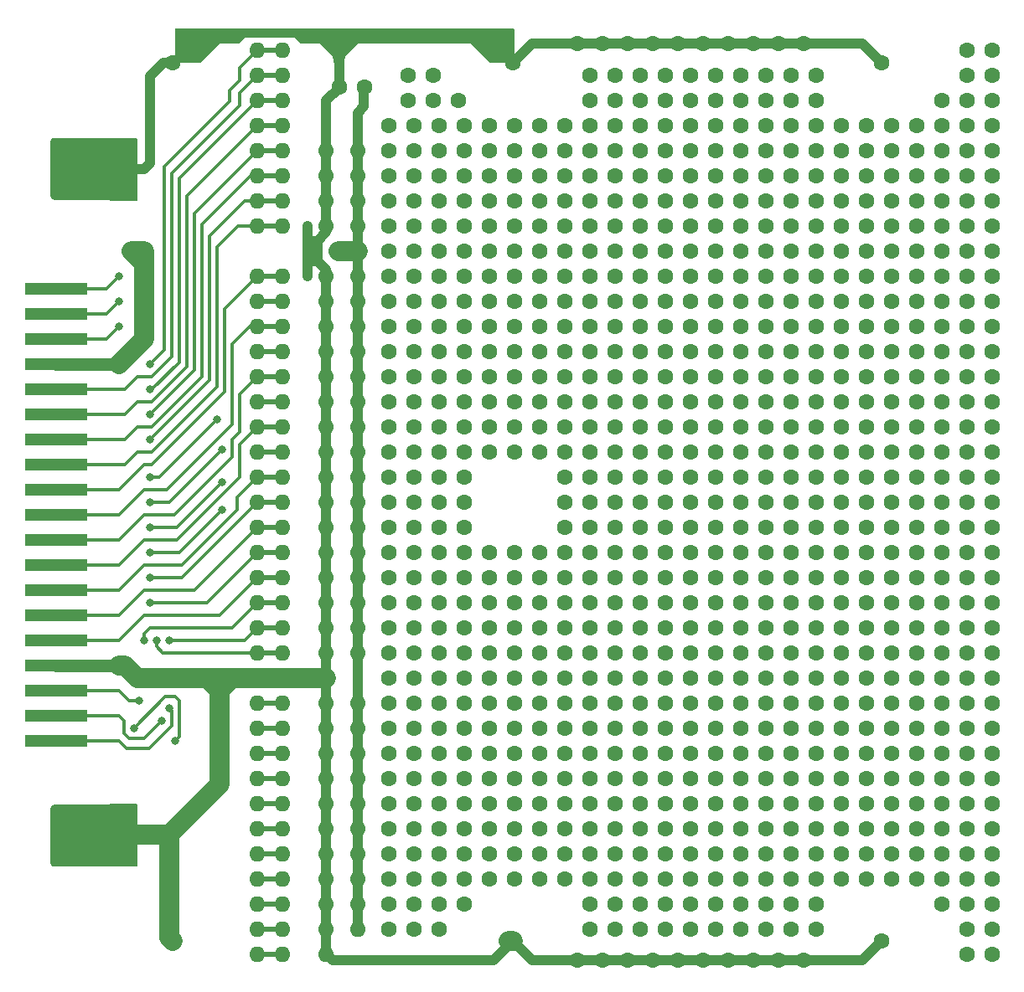
<source format=gtl>
%TF.GenerationSoftware,KiCad,Pcbnew,9.0.7*%
%TF.CreationDate,2026-01-19T16:38:05-08:00*%
%TF.ProjectId,CoCoProtoBoard,436f436f-5072-46f7-946f-426f6172642e,rev?*%
%TF.SameCoordinates,Original*%
%TF.FileFunction,Copper,L1,Top*%
%TF.FilePolarity,Positive*%
%FSLAX46Y46*%
G04 Gerber Fmt 4.6, Leading zero omitted, Abs format (unit mm)*
G04 Created by KiCad (PCBNEW 9.0.7) date 2026-01-19 16:38:05*
%MOMM*%
%LPD*%
G01*
G04 APERTURE LIST*
%TA.AperFunction,ConnectorPad*%
%ADD10R,6.350000X1.270000*%
%TD*%
%TA.AperFunction,ComponentPad*%
%ADD11C,1.600000*%
%TD*%
%TA.AperFunction,ComponentPad*%
%ADD12O,1.600000X1.600000*%
%TD*%
%TA.AperFunction,ViaPad*%
%ADD13C,0.800000*%
%TD*%
%TA.AperFunction,ViaPad*%
%ADD14C,1.000000*%
%TD*%
%TA.AperFunction,Conductor*%
%ADD15C,0.500000*%
%TD*%
%TA.AperFunction,Conductor*%
%ADD16C,0.350000*%
%TD*%
%TA.AperFunction,Conductor*%
%ADD17C,1.000000*%
%TD*%
%TA.AperFunction,Conductor*%
%ADD18C,2.000000*%
%TD*%
%TA.AperFunction,Conductor*%
%ADD19C,1.270000*%
%TD*%
G04 APERTURE END LIST*
D10*
%TO.P,P1,3,~{HALT}*%
%TO.N,Net-(P1-~{HALT})*%
X95250000Y-82550000D03*
%TO.P,P1,5,~{RESET}*%
%TO.N,Net-(P1-~{RESET})*%
X95250000Y-85090000D03*
%TO.P,P1,7,Q*%
%TO.N,Net-(P1-Q)*%
X95250000Y-87630000D03*
%TO.P,P1,9,+5V*%
%TO.N,+5V*%
X95250000Y-90170000D03*
%TO.P,P1,11,D1*%
%TO.N,Net-(P1-D1)*%
X95250000Y-92710000D03*
%TO.P,P1,13,D3*%
%TO.N,Net-(P1-D3)*%
X95250000Y-95250000D03*
%TO.P,P1,15,D5*%
%TO.N,Net-(P1-D5)*%
X95250000Y-97790000D03*
%TO.P,P1,17,D7*%
%TO.N,Net-(P1-D7)*%
X95250000Y-100330000D03*
%TO.P,P1,19,A0*%
%TO.N,Net-(P1-A0)*%
X95250000Y-102870000D03*
%TO.P,P1,21,A2*%
%TO.N,Net-(P1-A2)*%
X95250000Y-105410000D03*
%TO.P,P1,23,A4*%
%TO.N,Net-(P1-A4)*%
X95250000Y-107950000D03*
%TO.P,P1,25,A6*%
%TO.N,Net-(P1-A6)*%
X95250000Y-110490000D03*
%TO.P,P1,27,A8*%
%TO.N,Net-(P1-A8)*%
X95250000Y-113030000D03*
%TO.P,P1,29,A10*%
%TO.N,Net-(P1-A10)*%
X95250000Y-115570000D03*
%TO.P,P1,31,A12*%
%TO.N,Net-(P1-A12)*%
X95250000Y-118110000D03*
%TO.P,P1,33,GND*%
%TO.N,GND*%
X95250000Y-120650000D03*
%TO.P,P1,35,SND*%
%TO.N,Net-(P1-SND)*%
X95250000Y-123190000D03*
%TO.P,P1,37,A13*%
%TO.N,Net-(P1-A13)*%
X95250000Y-125730000D03*
%TO.P,P1,39,A15*%
%TO.N,Net-(P1-A15)*%
X95250000Y-128270000D03*
%TD*%
D11*
%TO.P,REF\u002A\u002A,1*%
%TO.N,GND*%
X178690000Y-148540000D03*
%TD*%
%TO.P,REF\u002A\u002A,1*%
%TO.N,GND*%
X178690000Y-59740000D03*
%TD*%
%TO.P,REF\u002A\u002A,1*%
%TO.N,GND*%
X141440000Y-59740000D03*
%TD*%
%TO.P,REF\u002A\u002A,1*%
%TO.N,GND*%
X141440000Y-148540000D03*
%TD*%
%TO.P,REF\u002A\u002A,1*%
%TO.N,GND*%
X107040000Y-148540000D03*
%TD*%
D12*
%TO.P,P2,1,Pin_1*%
%TO.N,Net-(P1-D0)*%
X115570000Y-58420000D03*
X118110000Y-58420000D03*
%TO.P,P2,2,Pin_2*%
%TO.N,Net-(P1-D1)*%
X115570000Y-60960000D03*
X118110000Y-60960000D03*
%TO.P,P2,3,Pin_3*%
%TO.N,Net-(P1-D2)*%
X115570000Y-63500000D03*
X118110000Y-63500000D03*
%TO.P,P2,4,Pin_4*%
%TO.N,Net-(P1-D3)*%
X115570000Y-66040000D03*
X118110000Y-66040000D03*
%TO.P,P2,5,Pin_5*%
%TO.N,Net-(P1-D4)*%
X115570000Y-68580000D03*
X118110000Y-68580000D03*
%TO.P,P2,6,Pin_6*%
%TO.N,Net-(P1-D5)*%
X115570000Y-71120000D03*
X118110000Y-71120000D03*
%TO.P,P2,7,Pin_7*%
%TO.N,Net-(P1-D6)*%
X115570000Y-73660000D03*
X118110000Y-73660000D03*
%TO.P,P2,8,Pin_8*%
%TO.N,Net-(P1-D7)*%
X115570000Y-76200000D03*
X118110000Y-76200000D03*
%TD*%
%TO.P,P4,1,Pin_1*%
%TO.N,Net-(P1-~{HALT})*%
X115570000Y-124460000D03*
X118110000Y-124460000D03*
%TO.P,P4,2,Pin_2*%
%TO.N,Net-(P1-~{NMI})*%
X115570000Y-127000000D03*
X118110000Y-127000000D03*
%TO.P,P4,3,Pin_3*%
%TO.N,Net-(P1-~{RESET})*%
X115570000Y-129540000D03*
X118110000Y-129540000D03*
%TO.P,P4,4,Pin_4*%
%TO.N,Net-(P1-E)*%
X115570000Y-132080000D03*
X118110000Y-132080000D03*
%TO.P,P4,5,Pin_5*%
%TO.N,Net-(P1-Q)*%
X115570000Y-134620000D03*
X118110000Y-134620000D03*
%TO.P,P4,6,Pin_6*%
%TO.N,Net-(P1-~{CART})*%
X115570000Y-137160000D03*
X118110000Y-137160000D03*
%TO.P,P4,7,Pin_7*%
%TO.N,Net-(P1-R{slash}~{W})*%
X115570000Y-139700000D03*
X118110000Y-139700000D03*
%TO.P,P4,8,Pin_8*%
%TO.N,Net-(P1-~{CTS})*%
X115570000Y-142240000D03*
X118110000Y-142240000D03*
%TO.P,P4,9,Pin_9*%
%TO.N,Net-(P1-SND)*%
X115570000Y-144780000D03*
X118110000Y-144780000D03*
%TO.P,P4,10,Pin_10*%
%TO.N,Net-(P1-~{SCS})*%
X115570000Y-147320000D03*
X118110000Y-147320000D03*
%TO.P,P4,11,Pin_11*%
%TO.N,Net-(P1-~{SLENB})*%
X115570000Y-149860000D03*
X118110000Y-149860000D03*
%TD*%
%TO.P,P3,1,Pin_1*%
%TO.N,Net-(P1-A0)*%
X115570000Y-81280000D03*
X118110000Y-81280000D03*
%TO.P,P3,2,Pin_2*%
%TO.N,Net-(P1-A1)*%
X115570000Y-83820000D03*
X118110000Y-83820000D03*
%TO.P,P3,3,Pin_3*%
%TO.N,Net-(P1-A2)*%
X115570000Y-86360000D03*
X118110000Y-86360000D03*
%TO.P,P3,4,Pin_4*%
%TO.N,Net-(P1-A3)*%
X115570000Y-88900000D03*
X118110000Y-88900000D03*
%TO.P,P3,5,Pin_5*%
%TO.N,Net-(P1-A4)*%
X115570000Y-91440000D03*
X118110000Y-91440000D03*
%TO.P,P3,6,Pin_6*%
%TO.N,Net-(P1-A5)*%
X115570000Y-93980000D03*
X118110000Y-93980000D03*
%TO.P,P3,7,Pin_7*%
%TO.N,Net-(P1-A6)*%
X115570000Y-96520000D03*
X118110000Y-96520000D03*
%TO.P,P3,8,Pin_8*%
%TO.N,Net-(P1-A7)*%
X115570000Y-99060000D03*
X118110000Y-99060000D03*
%TO.P,P3,9,Pin_9*%
%TO.N,Net-(P1-A8)*%
X115570000Y-101600000D03*
X118110000Y-101600000D03*
%TO.P,P3,10,Pin_10*%
%TO.N,Net-(P1-A9)*%
X115570000Y-104140000D03*
X118110000Y-104140000D03*
%TO.P,P3,11,Pin_11*%
%TO.N,Net-(P1-A10)*%
X115570000Y-106680000D03*
X118110000Y-106680000D03*
%TO.P,P3,12,Pin_12*%
%TO.N,Net-(P1-A11)*%
X115570000Y-109220000D03*
X118110000Y-109220000D03*
%TO.P,P3,13,Pin_13*%
%TO.N,Net-(P1-A12)*%
X115570000Y-111760000D03*
X118110000Y-111760000D03*
%TO.P,P3,14,Pin_14*%
%TO.N,Net-(P1-A13)*%
X115570000Y-114300000D03*
X118110000Y-114300000D03*
%TO.P,P3,15,Pin_15*%
%TO.N,Net-(P1-A14)*%
X115570000Y-116840000D03*
X118110000Y-116840000D03*
%TO.P,P3,16,Pin_16*%
%TO.N,Net-(P1-A15)*%
X115570000Y-119380000D03*
X118110000Y-119380000D03*
%TD*%
%TO.P,P10,1,Pin_1*%
%TO.N,GND*%
X122555000Y-68580000D03*
X122555000Y-71120000D03*
X122555000Y-73660000D03*
X122555000Y-76200000D03*
X122555000Y-81280000D03*
X122555000Y-83820000D03*
X122555000Y-86360000D03*
X122555000Y-88900000D03*
X122555000Y-91440000D03*
X122555000Y-93980000D03*
X122555000Y-96520000D03*
X122555000Y-99060000D03*
X122555000Y-101600000D03*
X122555000Y-104140000D03*
X122555000Y-106680000D03*
X122555000Y-109220000D03*
X122555000Y-111760000D03*
X122555000Y-114300000D03*
X122555000Y-116840000D03*
X122555000Y-119380000D03*
X122555000Y-124460000D03*
X122555000Y-127000000D03*
X122555000Y-129540000D03*
X122555000Y-132080000D03*
X122555000Y-134620000D03*
X122555000Y-137160000D03*
X122555000Y-139700000D03*
X122555000Y-142240000D03*
X122555000Y-144780000D03*
X122555000Y-147320000D03*
X122555000Y-149860000D03*
%TO.P,P10,2,Pin_2*%
%TO.N,+5V*%
X125730000Y-68580000D03*
X125730000Y-71120000D03*
X125730000Y-73660000D03*
X125730000Y-76200000D03*
X125730000Y-81280000D03*
X125730000Y-83820000D03*
X125730000Y-86360000D03*
X125730000Y-88900000D03*
X125730000Y-91440000D03*
X125730000Y-93980000D03*
X125730000Y-96520000D03*
X125730000Y-99060000D03*
X125730000Y-101600000D03*
X125730000Y-104140000D03*
X125730000Y-106680000D03*
X125730000Y-109220000D03*
X125730000Y-111760000D03*
X125730000Y-114300000D03*
X125730000Y-116840000D03*
X125730000Y-119380000D03*
X125730000Y-124460000D03*
X125730000Y-127000000D03*
X125730000Y-129540000D03*
X125730000Y-132080000D03*
X125730000Y-134620000D03*
X125730000Y-137160000D03*
X125730000Y-139700000D03*
X125730000Y-142240000D03*
X125730000Y-144780000D03*
X125730000Y-147320000D03*
%TD*%
D11*
%TO.P,REF\u002A\u002A,1*%
%TO.N,N/C*%
X128905000Y-81280000D03*
%TD*%
%TO.P,REF\u002A\u002A,1*%
%TO.N,N/C*%
X128905000Y-104140000D03*
%TD*%
%TO.P,REF\u002A\u002A,1*%
%TO.N,N/C*%
X128905000Y-101600000D03*
%TD*%
%TO.P,REF\u002A\u002A,1*%
%TO.N,N/C*%
X128905000Y-106680000D03*
%TD*%
%TO.P,REF\u002A\u002A,1*%
%TO.N,N/C*%
X128905000Y-109220000D03*
%TD*%
%TO.P,REF\u002A\u002A,1*%
%TO.N,N/C*%
X128905000Y-111760000D03*
%TD*%
%TO.P,REF\u002A\u002A,1*%
%TO.N,N/C*%
X128905000Y-68580000D03*
%TD*%
%TO.P,REF\u002A\u002A,1*%
%TO.N,N/C*%
X128905000Y-144780000D03*
%TD*%
%TO.P,REF\u002A\u002A,1*%
%TO.N,N/C*%
X128905000Y-137160000D03*
%TD*%
%TO.P,REF\u002A\u002A,1*%
%TO.N,N/C*%
X128905000Y-139700000D03*
%TD*%
%TO.P,REF\u002A\u002A,1*%
%TO.N,N/C*%
X128905000Y-147320000D03*
%TD*%
%TO.P,REF\u002A\u002A,1*%
%TO.N,N/C*%
X128905000Y-142240000D03*
%TD*%
%TO.P,REF\u002A\u002A,1*%
%TO.N,N/C*%
X128905000Y-134620000D03*
%TD*%
%TO.P,REF\u002A\u002A,1*%
%TO.N,N/C*%
X128905000Y-66040000D03*
%TD*%
%TO.P,REF\u002A\u002A,1*%
%TO.N,N/C*%
X128905000Y-86360000D03*
%TD*%
%TO.P,REF\u002A\u002A,1*%
%TO.N,N/C*%
X128905000Y-88900000D03*
%TD*%
%TO.P,REF\u002A\u002A,1*%
%TO.N,N/C*%
X128905000Y-124460000D03*
%TD*%
%TO.P,REF\u002A\u002A,1*%
%TO.N,N/C*%
X128905000Y-127000000D03*
%TD*%
%TO.P,REF\u002A\u002A,1*%
%TO.N,N/C*%
X128905000Y-129540000D03*
%TD*%
%TO.P,REF\u002A\u002A,1*%
%TO.N,N/C*%
X128905000Y-132080000D03*
%TD*%
%TO.P,REF\u002A\u002A,1*%
%TO.N,N/C*%
X128905000Y-93980000D03*
%TD*%
%TO.P,REF\u002A\u002A,1*%
%TO.N,N/C*%
X128905000Y-99060000D03*
%TD*%
%TO.P,REF\u002A\u002A,1*%
%TO.N,N/C*%
X128905000Y-96520000D03*
%TD*%
%TO.P,REF\u002A\u002A,1*%
%TO.N,N/C*%
X128905000Y-71120000D03*
%TD*%
%TO.P,REF\u002A\u002A,1*%
%TO.N,N/C*%
X128905000Y-83820000D03*
%TD*%
%TO.P,REF\u002A\u002A,1*%
%TO.N,N/C*%
X128905000Y-73660000D03*
%TD*%
%TO.P,REF\u002A\u002A,1*%
%TO.N,N/C*%
X128905000Y-91440000D03*
%TD*%
%TO.P,REF\u002A\u002A,1*%
%TO.N,N/C*%
X128905000Y-76200000D03*
%TD*%
%TO.P,REF\u002A\u002A,1*%
%TO.N,N/C*%
X128905000Y-121920000D03*
%TD*%
%TO.P,REF\u002A\u002A,1*%
%TO.N,N/C*%
X128905000Y-114300000D03*
%TD*%
%TO.P,REF\u002A\u002A,1*%
%TO.N,N/C*%
X128905000Y-116840000D03*
%TD*%
%TO.P,REF\u002A\u002A,1*%
%TO.N,N/C*%
X128905000Y-119380000D03*
%TD*%
%TO.P,REF\u002A\u002A,1*%
%TO.N,N/C*%
X131445000Y-147320000D03*
%TD*%
%TO.P,REF\u002A\u002A,1*%
%TO.N,N/C*%
X128905000Y-78740000D03*
%TD*%
%TO.P,REF\u002A\u002A,1*%
%TO.N,GND*%
X165735000Y-150495000D03*
%TD*%
%TO.P,REF\u002A\u002A,1*%
%TO.N,GND*%
X163195000Y-150495000D03*
%TD*%
%TO.P,REF\u002A\u002A,1*%
%TO.N,GND*%
X158115000Y-150495000D03*
%TD*%
%TO.P,REF\u002A\u002A,1*%
%TO.N,GND*%
X160655000Y-150495000D03*
%TD*%
%TO.P,REF\u002A\u002A,1*%
%TO.N,GND*%
X155575000Y-150495000D03*
%TD*%
%TO.P,REF\u002A\u002A,1*%
%TO.N,GND*%
X153035000Y-150495000D03*
%TD*%
%TO.P,REF\u002A\u002A,1*%
%TO.N,GND*%
X150495000Y-150495000D03*
%TD*%
%TO.P,REF\u002A\u002A,1*%
%TO.N,GND*%
X147955000Y-150495000D03*
%TD*%
%TO.P,REF\u002A\u002A,1*%
%TO.N,N/C*%
X131445000Y-144780000D03*
%TD*%
%TO.P,REF\u002A\u002A,1*%
%TO.N,N/C*%
X131445000Y-142240000D03*
%TD*%
%TO.P,REF\u002A\u002A,1*%
%TO.N,N/C*%
X131445000Y-139700000D03*
%TD*%
%TO.P,REF\u002A\u002A,1*%
%TO.N,N/C*%
X131445000Y-137160000D03*
%TD*%
%TO.P,REF\u002A\u002A,1*%
%TO.N,N/C*%
X131445000Y-134620000D03*
%TD*%
%TO.P,REF\u002A\u002A,1*%
%TO.N,N/C*%
X133985000Y-144780000D03*
%TD*%
%TO.P,REF\u002A\u002A,1*%
%TO.N,N/C*%
X133985000Y-142240000D03*
%TD*%
%TO.P,REF\u002A\u002A,1*%
%TO.N,N/C*%
X133985000Y-139700000D03*
%TD*%
%TO.P,REF\u002A\u002A,1*%
%TO.N,N/C*%
X133985000Y-134620000D03*
%TD*%
%TO.P,REF\u002A\u002A,1*%
%TO.N,N/C*%
X133985000Y-137160000D03*
%TD*%
%TO.P,REF\u002A\u002A,1*%
%TO.N,N/C*%
X133985000Y-147320000D03*
%TD*%
%TO.P,REF\u002A\u002A,1*%
%TO.N,N/C*%
X136525000Y-144780000D03*
%TD*%
%TO.P,REF\u002A\u002A,1*%
%TO.N,N/C*%
X136525000Y-142240000D03*
%TD*%
%TO.P,REF\u002A\u002A,1*%
%TO.N,N/C*%
X136525000Y-139700000D03*
%TD*%
%TO.P,REF\u002A\u002A,1*%
%TO.N,N/C*%
X136525000Y-134620000D03*
%TD*%
%TO.P,REF\u002A\u002A,1*%
%TO.N,N/C*%
X136525000Y-137160000D03*
%TD*%
%TO.P,REF\u002A\u002A,1*%
%TO.N,N/C*%
X139065000Y-142240000D03*
%TD*%
%TO.P,REF\u002A\u002A,1*%
%TO.N,N/C*%
X139065000Y-139700000D03*
%TD*%
%TO.P,REF\u002A\u002A,1*%
%TO.N,N/C*%
X139065000Y-137160000D03*
%TD*%
%TO.P,REF\u002A\u002A,1*%
%TO.N,N/C*%
X139065000Y-134620000D03*
%TD*%
%TO.P,REF\u002A\u002A,1*%
%TO.N,N/C*%
X141605000Y-139700000D03*
%TD*%
%TO.P,REF\u002A\u002A,1*%
%TO.N,N/C*%
X141605000Y-142240000D03*
%TD*%
%TO.P,REF\u002A\u002A,1*%
%TO.N,N/C*%
X141605000Y-134620000D03*
%TD*%
%TO.P,REF\u002A\u002A,1*%
%TO.N,N/C*%
X141605000Y-137160000D03*
%TD*%
%TO.P,REF\u002A\u002A,1*%
%TO.N,N/C*%
X144145000Y-134620000D03*
%TD*%
%TO.P,REF\u002A\u002A,1*%
%TO.N,N/C*%
X144145000Y-139700000D03*
%TD*%
%TO.P,REF\u002A\u002A,1*%
%TO.N,N/C*%
X144145000Y-137160000D03*
%TD*%
%TO.P,REF\u002A\u002A,1*%
%TO.N,N/C*%
X144145000Y-142240000D03*
%TD*%
%TO.P,REF\u002A\u002A,1*%
%TO.N,N/C*%
X146685000Y-142240000D03*
%TD*%
%TO.P,REF\u002A\u002A,1*%
%TO.N,N/C*%
X146685000Y-139700000D03*
%TD*%
%TO.P,REF\u002A\u002A,1*%
%TO.N,N/C*%
X146685000Y-137160000D03*
%TD*%
%TO.P,REF\u002A\u002A,1*%
%TO.N,N/C*%
X146685000Y-134620000D03*
%TD*%
%TO.P,REF\u002A\u002A,1*%
%TO.N,N/C*%
X149225000Y-144780000D03*
%TD*%
%TO.P,REF\u002A\u002A,1*%
%TO.N,N/C*%
X149225000Y-142240000D03*
%TD*%
%TO.P,REF\u002A\u002A,1*%
%TO.N,N/C*%
X149225000Y-139700000D03*
%TD*%
%TO.P,REF\u002A\u002A,1*%
%TO.N,N/C*%
X149225000Y-134620000D03*
%TD*%
%TO.P,REF\u002A\u002A,1*%
%TO.N,N/C*%
X149225000Y-137160000D03*
%TD*%
%TO.P,REF\u002A\u002A,1*%
%TO.N,N/C*%
X149225000Y-147320000D03*
%TD*%
%TO.P,REF\u002A\u002A,1*%
%TO.N,N/C*%
X151765000Y-147320000D03*
%TD*%
%TO.P,REF\u002A\u002A,1*%
%TO.N,N/C*%
X151765000Y-134620000D03*
%TD*%
%TO.P,REF\u002A\u002A,1*%
%TO.N,N/C*%
X151765000Y-139700000D03*
%TD*%
%TO.P,REF\u002A\u002A,1*%
%TO.N,N/C*%
X151765000Y-144780000D03*
%TD*%
%TO.P,REF\u002A\u002A,1*%
%TO.N,N/C*%
X151765000Y-142240000D03*
%TD*%
%TO.P,REF\u002A\u002A,1*%
%TO.N,N/C*%
X151765000Y-137160000D03*
%TD*%
%TO.P,REF\u002A\u002A,1*%
%TO.N,N/C*%
X154305000Y-139700000D03*
%TD*%
%TO.P,REF\u002A\u002A,1*%
%TO.N,N/C*%
X154305000Y-142240000D03*
%TD*%
%TO.P,REF\u002A\u002A,1*%
%TO.N,N/C*%
X154305000Y-144780000D03*
%TD*%
%TO.P,REF\u002A\u002A,1*%
%TO.N,N/C*%
X154305000Y-137160000D03*
%TD*%
%TO.P,REF\u002A\u002A,1*%
%TO.N,N/C*%
X154305000Y-147320000D03*
%TD*%
%TO.P,REF\u002A\u002A,1*%
%TO.N,N/C*%
X154305000Y-134620000D03*
%TD*%
%TO.P,REF\u002A\u002A,1*%
%TO.N,N/C*%
X156845000Y-142240000D03*
%TD*%
%TO.P,REF\u002A\u002A,1*%
%TO.N,N/C*%
X156845000Y-144780000D03*
%TD*%
%TO.P,REF\u002A\u002A,1*%
%TO.N,N/C*%
X156845000Y-147320000D03*
%TD*%
%TO.P,REF\u002A\u002A,1*%
%TO.N,N/C*%
X156845000Y-134620000D03*
%TD*%
%TO.P,REF\u002A\u002A,1*%
%TO.N,N/C*%
X156845000Y-137160000D03*
%TD*%
%TO.P,REF\u002A\u002A,1*%
%TO.N,N/C*%
X156845000Y-139700000D03*
%TD*%
%TO.P,REF\u002A\u002A,1*%
%TO.N,N/C*%
X159385000Y-142240000D03*
%TD*%
%TO.P,REF\u002A\u002A,1*%
%TO.N,N/C*%
X159385000Y-144780000D03*
%TD*%
%TO.P,REF\u002A\u002A,1*%
%TO.N,N/C*%
X159385000Y-147320000D03*
%TD*%
%TO.P,REF\u002A\u002A,1*%
%TO.N,N/C*%
X159385000Y-137160000D03*
%TD*%
%TO.P,REF\u002A\u002A,1*%
%TO.N,N/C*%
X159385000Y-134620000D03*
%TD*%
%TO.P,REF\u002A\u002A,1*%
%TO.N,N/C*%
X159385000Y-139700000D03*
%TD*%
%TO.P,REF\u002A\u002A,1*%
%TO.N,N/C*%
X161925000Y-142240000D03*
%TD*%
%TO.P,REF\u002A\u002A,1*%
%TO.N,N/C*%
X161925000Y-144780000D03*
%TD*%
%TO.P,REF\u002A\u002A,1*%
%TO.N,N/C*%
X161925000Y-147320000D03*
%TD*%
%TO.P,REF\u002A\u002A,1*%
%TO.N,N/C*%
X161925000Y-137160000D03*
%TD*%
%TO.P,REF\u002A\u002A,1*%
%TO.N,N/C*%
X161925000Y-134620000D03*
%TD*%
%TO.P,REF\u002A\u002A,1*%
%TO.N,N/C*%
X161925000Y-139700000D03*
%TD*%
%TO.P,REF\u002A\u002A,1*%
%TO.N,N/C*%
X164465000Y-137160000D03*
%TD*%
%TO.P,REF\u002A\u002A,1*%
%TO.N,N/C*%
X164465000Y-147320000D03*
%TD*%
%TO.P,REF\u002A\u002A,1*%
%TO.N,N/C*%
X164465000Y-139700000D03*
%TD*%
%TO.P,REF\u002A\u002A,1*%
%TO.N,N/C*%
X164465000Y-134620000D03*
%TD*%
%TO.P,REF\u002A\u002A,1*%
%TO.N,N/C*%
X164465000Y-144780000D03*
%TD*%
%TO.P,REF\u002A\u002A,1*%
%TO.N,N/C*%
X164465000Y-142240000D03*
%TD*%
%TO.P,REF\u002A\u002A,1*%
%TO.N,N/C*%
X167005000Y-142240000D03*
%TD*%
%TO.P,REF\u002A\u002A,1*%
%TO.N,N/C*%
X167005000Y-137160000D03*
%TD*%
%TO.P,REF\u002A\u002A,1*%
%TO.N,N/C*%
X167005000Y-144780000D03*
%TD*%
%TO.P,REF\u002A\u002A,1*%
%TO.N,N/C*%
X167005000Y-134620000D03*
%TD*%
%TO.P,REF\u002A\u002A,1*%
%TO.N,N/C*%
X167005000Y-147320000D03*
%TD*%
%TO.P,REF\u002A\u002A,1*%
%TO.N,N/C*%
X167005000Y-139700000D03*
%TD*%
%TO.P,REF\u002A\u002A,1*%
%TO.N,N/C*%
X169545000Y-142240000D03*
%TD*%
%TO.P,REF\u002A\u002A,1*%
%TO.N,N/C*%
X169545000Y-147320000D03*
%TD*%
%TO.P,REF\u002A\u002A,1*%
%TO.N,N/C*%
X169545000Y-144780000D03*
%TD*%
%TO.P,REF\u002A\u002A,1*%
%TO.N,N/C*%
X169545000Y-137160000D03*
%TD*%
%TO.P,REF\u002A\u002A,1*%
%TO.N,N/C*%
X169545000Y-139700000D03*
%TD*%
%TO.P,REF\u002A\u002A,1*%
%TO.N,N/C*%
X169545000Y-134620000D03*
%TD*%
%TO.P,REF\u002A\u002A,1*%
%TO.N,N/C*%
X172085000Y-134620000D03*
%TD*%
%TO.P,REF\u002A\u002A,1*%
%TO.N,N/C*%
X172085000Y-137160000D03*
%TD*%
%TO.P,REF\u002A\u002A,1*%
%TO.N,N/C*%
X172085000Y-142240000D03*
%TD*%
%TO.P,REF\u002A\u002A,1*%
%TO.N,N/C*%
X172085000Y-147320000D03*
%TD*%
%TO.P,REF\u002A\u002A,1*%
%TO.N,N/C*%
X172085000Y-139700000D03*
%TD*%
%TO.P,REF\u002A\u002A,1*%
%TO.N,N/C*%
X172085000Y-144780000D03*
%TD*%
%TO.P,REF\u002A\u002A,1*%
%TO.N,N/C*%
X179705000Y-142240000D03*
%TD*%
%TO.P,REF\u002A\u002A,1*%
%TO.N,N/C*%
X184785000Y-134620000D03*
%TD*%
%TO.P,REF\u002A\u002A,1*%
%TO.N,N/C*%
X174625000Y-137160000D03*
%TD*%
%TO.P,REF\u002A\u002A,1*%
%TO.N,N/C*%
X182245000Y-134620000D03*
%TD*%
%TO.P,REF\u002A\u002A,1*%
%TO.N,N/C*%
X184785000Y-142240000D03*
%TD*%
%TO.P,REF\u002A\u002A,1*%
%TO.N,N/C*%
X177165000Y-142240000D03*
%TD*%
%TO.P,REF\u002A\u002A,1*%
%TO.N,N/C*%
X174625000Y-139700000D03*
%TD*%
%TO.P,REF\u002A\u002A,1*%
%TO.N,N/C*%
X182245000Y-137160000D03*
%TD*%
%TO.P,REF\u002A\u002A,1*%
%TO.N,N/C*%
X174625000Y-134620000D03*
%TD*%
%TO.P,REF\u002A\u002A,1*%
%TO.N,N/C*%
X177165000Y-137160000D03*
%TD*%
%TO.P,REF\u002A\u002A,1*%
%TO.N,N/C*%
X179705000Y-137160000D03*
%TD*%
%TO.P,REF\u002A\u002A,1*%
%TO.N,N/C*%
X182245000Y-142240000D03*
%TD*%
%TO.P,REF\u002A\u002A,1*%
%TO.N,N/C*%
X184785000Y-137160000D03*
%TD*%
%TO.P,REF\u002A\u002A,1*%
%TO.N,N/C*%
X184785000Y-139700000D03*
%TD*%
%TO.P,REF\u002A\u002A,1*%
%TO.N,N/C*%
X179705000Y-139700000D03*
%TD*%
%TO.P,REF\u002A\u002A,1*%
%TO.N,N/C*%
X182245000Y-139700000D03*
%TD*%
%TO.P,REF\u002A\u002A,1*%
%TO.N,N/C*%
X177165000Y-134620000D03*
%TD*%
%TO.P,REF\u002A\u002A,1*%
%TO.N,N/C*%
X174625000Y-142240000D03*
%TD*%
%TO.P,REF\u002A\u002A,1*%
%TO.N,N/C*%
X177165000Y-139700000D03*
%TD*%
%TO.P,REF\u002A\u002A,1*%
%TO.N,N/C*%
X179705000Y-134620000D03*
%TD*%
%TO.P,REF\u002A\u002A,1*%
%TO.N,N/C*%
X187325000Y-139700000D03*
%TD*%
%TO.P,REF\u002A\u002A,1*%
%TO.N,N/C*%
X187325000Y-144780000D03*
%TD*%
%TO.P,REF\u002A\u002A,1*%
%TO.N,N/C*%
X189865000Y-134620000D03*
%TD*%
%TO.P,REF\u002A\u002A,1*%
%TO.N,N/C*%
X187325000Y-142240000D03*
%TD*%
%TO.P,REF\u002A\u002A,1*%
%TO.N,N/C*%
X187325000Y-134620000D03*
%TD*%
%TO.P,REF\u002A\u002A,1*%
%TO.N,N/C*%
X189865000Y-139700000D03*
%TD*%
%TO.P,REF\u002A\u002A,1*%
%TO.N,N/C*%
X189865000Y-144780000D03*
%TD*%
%TO.P,REF\u002A\u002A,1*%
%TO.N,N/C*%
X187325000Y-137160000D03*
%TD*%
%TO.P,REF\u002A\u002A,1*%
%TO.N,N/C*%
X189865000Y-137160000D03*
%TD*%
%TO.P,REF\u002A\u002A,1*%
%TO.N,N/C*%
X189865000Y-142240000D03*
%TD*%
%TO.P,REF\u002A\u002A,1*%
%TO.N,N/C*%
X189865000Y-147320000D03*
%TD*%
%TO.P,REF\u002A\u002A,1*%
%TO.N,N/C*%
X187325000Y-147320000D03*
%TD*%
%TO.P,REF\u002A\u002A,1*%
%TO.N,N/C*%
X184785000Y-144780000D03*
%TD*%
%TO.P,REF\u002A\u002A,1*%
%TO.N,N/C*%
X131445000Y-132080000D03*
%TD*%
%TO.P,REF\u002A\u002A,1*%
%TO.N,N/C*%
X189865000Y-132080000D03*
%TD*%
%TO.P,REF\u002A\u002A,1*%
%TO.N,N/C*%
X187325000Y-132080000D03*
%TD*%
%TO.P,REF\u002A\u002A,1*%
%TO.N,N/C*%
X146685000Y-132080000D03*
%TD*%
%TO.P,REF\u002A\u002A,1*%
%TO.N,N/C*%
X144145000Y-132080000D03*
%TD*%
%TO.P,REF\u002A\u002A,1*%
%TO.N,N/C*%
X141605000Y-132080000D03*
%TD*%
%TO.P,REF\u002A\u002A,1*%
%TO.N,N/C*%
X149225000Y-132080000D03*
%TD*%
%TO.P,REF\u002A\u002A,1*%
%TO.N,N/C*%
X136525000Y-132080000D03*
%TD*%
%TO.P,REF\u002A\u002A,1*%
%TO.N,N/C*%
X139065000Y-132080000D03*
%TD*%
%TO.P,REF\u002A\u002A,1*%
%TO.N,N/C*%
X154305000Y-132080000D03*
%TD*%
%TO.P,REF\u002A\u002A,1*%
%TO.N,N/C*%
X156845000Y-132080000D03*
%TD*%
%TO.P,REF\u002A\u002A,1*%
%TO.N,N/C*%
X159385000Y-132080000D03*
%TD*%
%TO.P,REF\u002A\u002A,1*%
%TO.N,N/C*%
X151765000Y-132080000D03*
%TD*%
%TO.P,REF\u002A\u002A,1*%
%TO.N,N/C*%
X172085000Y-132080000D03*
%TD*%
%TO.P,REF\u002A\u002A,1*%
%TO.N,N/C*%
X169545000Y-132080000D03*
%TD*%
%TO.P,REF\u002A\u002A,1*%
%TO.N,N/C*%
X161925000Y-132080000D03*
%TD*%
%TO.P,REF\u002A\u002A,1*%
%TO.N,N/C*%
X184785000Y-132080000D03*
%TD*%
%TO.P,REF\u002A\u002A,1*%
%TO.N,N/C*%
X164465000Y-132080000D03*
%TD*%
%TO.P,REF\u002A\u002A,1*%
%TO.N,N/C*%
X167005000Y-132080000D03*
%TD*%
%TO.P,REF\u002A\u002A,1*%
%TO.N,N/C*%
X182245000Y-132080000D03*
%TD*%
%TO.P,REF\u002A\u002A,1*%
%TO.N,N/C*%
X177165000Y-132080000D03*
%TD*%
%TO.P,REF\u002A\u002A,1*%
%TO.N,N/C*%
X174625000Y-132080000D03*
%TD*%
%TO.P,REF\u002A\u002A,1*%
%TO.N,N/C*%
X179705000Y-132080000D03*
%TD*%
%TO.P,REF\u002A\u002A,1*%
%TO.N,N/C*%
X133985000Y-132080000D03*
%TD*%
%TO.P,REF\u002A\u002A,1*%
%TO.N,N/C*%
X156845000Y-129540000D03*
%TD*%
%TO.P,REF\u002A\u002A,1*%
%TO.N,N/C*%
X151765000Y-129540000D03*
%TD*%
%TO.P,REF\u002A\u002A,1*%
%TO.N,N/C*%
X184785000Y-129540000D03*
%TD*%
%TO.P,REF\u002A\u002A,1*%
%TO.N,N/C*%
X182245000Y-129540000D03*
%TD*%
%TO.P,REF\u002A\u002A,1*%
%TO.N,N/C*%
X136525000Y-129540000D03*
%TD*%
%TO.P,REF\u002A\u002A,1*%
%TO.N,N/C*%
X161925000Y-129540000D03*
%TD*%
%TO.P,REF\u002A\u002A,1*%
%TO.N,N/C*%
X187325000Y-129540000D03*
%TD*%
%TO.P,REF\u002A\u002A,1*%
%TO.N,N/C*%
X146685000Y-129540000D03*
%TD*%
%TO.P,REF\u002A\u002A,1*%
%TO.N,N/C*%
X149225000Y-129540000D03*
%TD*%
%TO.P,REF\u002A\u002A,1*%
%TO.N,N/C*%
X172085000Y-129540000D03*
%TD*%
%TO.P,REF\u002A\u002A,1*%
%TO.N,N/C*%
X164465000Y-129540000D03*
%TD*%
%TO.P,REF\u002A\u002A,1*%
%TO.N,N/C*%
X141605000Y-129540000D03*
%TD*%
%TO.P,REF\u002A\u002A,1*%
%TO.N,N/C*%
X131445000Y-129540000D03*
%TD*%
%TO.P,REF\u002A\u002A,1*%
%TO.N,N/C*%
X189865000Y-129540000D03*
%TD*%
%TO.P,REF\u002A\u002A,1*%
%TO.N,N/C*%
X144145000Y-129540000D03*
%TD*%
%TO.P,REF\u002A\u002A,1*%
%TO.N,N/C*%
X139065000Y-129540000D03*
%TD*%
%TO.P,REF\u002A\u002A,1*%
%TO.N,N/C*%
X154305000Y-129540000D03*
%TD*%
%TO.P,REF\u002A\u002A,1*%
%TO.N,N/C*%
X159385000Y-129540000D03*
%TD*%
%TO.P,REF\u002A\u002A,1*%
%TO.N,N/C*%
X169545000Y-129540000D03*
%TD*%
%TO.P,REF\u002A\u002A,1*%
%TO.N,N/C*%
X167005000Y-129540000D03*
%TD*%
%TO.P,REF\u002A\u002A,1*%
%TO.N,N/C*%
X177165000Y-129540000D03*
%TD*%
%TO.P,REF\u002A\u002A,1*%
%TO.N,N/C*%
X174625000Y-129540000D03*
%TD*%
%TO.P,REF\u002A\u002A,1*%
%TO.N,N/C*%
X179705000Y-129540000D03*
%TD*%
%TO.P,REF\u002A\u002A,1*%
%TO.N,N/C*%
X133985000Y-129540000D03*
%TD*%
%TO.P,REF\u002A\u002A,1*%
%TO.N,N/C*%
X139065000Y-127000000D03*
%TD*%
%TO.P,REF\u002A\u002A,1*%
%TO.N,N/C*%
X151765000Y-127000000D03*
%TD*%
%TO.P,REF\u002A\u002A,1*%
%TO.N,N/C*%
X136525000Y-127000000D03*
%TD*%
%TO.P,REF\u002A\u002A,1*%
%TO.N,N/C*%
X149225000Y-127000000D03*
%TD*%
%TO.P,REF\u002A\u002A,1*%
%TO.N,N/C*%
X169545000Y-127000000D03*
%TD*%
%TO.P,REF\u002A\u002A,1*%
%TO.N,N/C*%
X184785000Y-127000000D03*
%TD*%
%TO.P,REF\u002A\u002A,1*%
%TO.N,N/C*%
X187325000Y-127000000D03*
%TD*%
%TO.P,REF\u002A\u002A,1*%
%TO.N,N/C*%
X131445000Y-127000000D03*
%TD*%
%TO.P,REF\u002A\u002A,1*%
%TO.N,N/C*%
X154305000Y-127000000D03*
%TD*%
%TO.P,REF\u002A\u002A,1*%
%TO.N,N/C*%
X167005000Y-127000000D03*
%TD*%
%TO.P,REF\u002A\u002A,1*%
%TO.N,N/C*%
X179705000Y-127000000D03*
%TD*%
%TO.P,REF\u002A\u002A,1*%
%TO.N,N/C*%
X133985000Y-127000000D03*
%TD*%
%TO.P,REF\u002A\u002A,1*%
%TO.N,N/C*%
X159385000Y-127000000D03*
%TD*%
%TO.P,REF\u002A\u002A,1*%
%TO.N,N/C*%
X146685000Y-127000000D03*
%TD*%
%TO.P,REF\u002A\u002A,1*%
%TO.N,N/C*%
X189865000Y-127000000D03*
%TD*%
%TO.P,REF\u002A\u002A,1*%
%TO.N,N/C*%
X141605000Y-127000000D03*
%TD*%
%TO.P,REF\u002A\u002A,1*%
%TO.N,N/C*%
X156845000Y-127000000D03*
%TD*%
%TO.P,REF\u002A\u002A,1*%
%TO.N,N/C*%
X182245000Y-127000000D03*
%TD*%
%TO.P,REF\u002A\u002A,1*%
%TO.N,N/C*%
X174625000Y-127000000D03*
%TD*%
%TO.P,REF\u002A\u002A,1*%
%TO.N,N/C*%
X161925000Y-127000000D03*
%TD*%
%TO.P,REF\u002A\u002A,1*%
%TO.N,N/C*%
X144145000Y-127000000D03*
%TD*%
%TO.P,REF\u002A\u002A,1*%
%TO.N,N/C*%
X172085000Y-127000000D03*
%TD*%
%TO.P,REF\u002A\u002A,1*%
%TO.N,N/C*%
X164465000Y-127000000D03*
%TD*%
%TO.P,REF\u002A\u002A,1*%
%TO.N,N/C*%
X177165000Y-127000000D03*
%TD*%
%TO.P,REF\u002A\u002A,1*%
%TO.N,N/C*%
X151765000Y-124460000D03*
%TD*%
%TO.P,REF\u002A\u002A,1*%
%TO.N,N/C*%
X187325000Y-124460000D03*
%TD*%
%TO.P,REF\u002A\u002A,1*%
%TO.N,N/C*%
X139065000Y-124460000D03*
%TD*%
%TO.P,REF\u002A\u002A,1*%
%TO.N,N/C*%
X136525000Y-124460000D03*
%TD*%
%TO.P,REF\u002A\u002A,1*%
%TO.N,N/C*%
X169545000Y-124460000D03*
%TD*%
%TO.P,REF\u002A\u002A,1*%
%TO.N,N/C*%
X149225000Y-124460000D03*
%TD*%
%TO.P,REF\u002A\u002A,1*%
%TO.N,N/C*%
X154305000Y-124460000D03*
%TD*%
%TO.P,REF\u002A\u002A,1*%
%TO.N,N/C*%
X172085000Y-124460000D03*
%TD*%
%TO.P,REF\u002A\u002A,1*%
%TO.N,N/C*%
X184785000Y-124460000D03*
%TD*%
%TO.P,REF\u002A\u002A,1*%
%TO.N,N/C*%
X167005000Y-124460000D03*
%TD*%
%TO.P,REF\u002A\u002A,1*%
%TO.N,N/C*%
X133985000Y-124460000D03*
%TD*%
%TO.P,REF\u002A\u002A,1*%
%TO.N,N/C*%
X146685000Y-124460000D03*
%TD*%
%TO.P,REF\u002A\u002A,1*%
%TO.N,N/C*%
X161925000Y-124460000D03*
%TD*%
%TO.P,REF\u002A\u002A,1*%
%TO.N,N/C*%
X164465000Y-124460000D03*
%TD*%
%TO.P,REF\u002A\u002A,1*%
%TO.N,N/C*%
X159385000Y-124460000D03*
%TD*%
%TO.P,REF\u002A\u002A,1*%
%TO.N,N/C*%
X189865000Y-124460000D03*
%TD*%
%TO.P,REF\u002A\u002A,1*%
%TO.N,N/C*%
X174625000Y-124460000D03*
%TD*%
%TO.P,REF\u002A\u002A,1*%
%TO.N,N/C*%
X177165000Y-124460000D03*
%TD*%
%TO.P,REF\u002A\u002A,1*%
%TO.N,N/C*%
X141605000Y-124460000D03*
%TD*%
%TO.P,REF\u002A\u002A,1*%
%TO.N,N/C*%
X156845000Y-124460000D03*
%TD*%
%TO.P,REF\u002A\u002A,1*%
%TO.N,N/C*%
X182245000Y-124460000D03*
%TD*%
%TO.P,REF\u002A\u002A,1*%
%TO.N,N/C*%
X131445000Y-124460000D03*
%TD*%
%TO.P,REF\u002A\u002A,1*%
%TO.N,N/C*%
X144145000Y-124460000D03*
%TD*%
%TO.P,REF\u002A\u002A,1*%
%TO.N,N/C*%
X179705000Y-124460000D03*
%TD*%
%TO.P,REF\u002A\u002A,1*%
%TO.N,N/C*%
X187325000Y-121920000D03*
%TD*%
%TO.P,REF\u002A\u002A,1*%
%TO.N,N/C*%
X184785000Y-121920000D03*
%TD*%
%TO.P,REF\u002A\u002A,1*%
%TO.N,N/C*%
X172085000Y-121920000D03*
%TD*%
%TO.P,REF\u002A\u002A,1*%
%TO.N,N/C*%
X167005000Y-121920000D03*
%TD*%
%TO.P,REF\u002A\u002A,1*%
%TO.N,N/C*%
X133985000Y-121920000D03*
%TD*%
%TO.P,REF\u002A\u002A,1*%
%TO.N,N/C*%
X136525000Y-121920000D03*
%TD*%
%TO.P,REF\u002A\u002A,1*%
%TO.N,N/C*%
X139065000Y-121920000D03*
%TD*%
%TO.P,REF\u002A\u002A,1*%
%TO.N,N/C*%
X169545000Y-121920000D03*
%TD*%
%TO.P,REF\u002A\u002A,1*%
%TO.N,N/C*%
X149225000Y-121920000D03*
%TD*%
%TO.P,REF\u002A\u002A,1*%
%TO.N,N/C*%
X151765000Y-121920000D03*
%TD*%
%TO.P,REF\u002A\u002A,1*%
%TO.N,N/C*%
X154305000Y-121920000D03*
%TD*%
%TO.P,REF\u002A\u002A,1*%
%TO.N,N/C*%
X141605000Y-121920000D03*
%TD*%
%TO.P,REF\u002A\u002A,1*%
%TO.N,N/C*%
X174625000Y-121920000D03*
%TD*%
%TO.P,REF\u002A\u002A,1*%
%TO.N,N/C*%
X179705000Y-121920000D03*
%TD*%
%TO.P,REF\u002A\u002A,1*%
%TO.N,N/C*%
X189865000Y-121920000D03*
%TD*%
%TO.P,REF\u002A\u002A,1*%
%TO.N,N/C*%
X131445000Y-121920000D03*
%TD*%
%TO.P,REF\u002A\u002A,1*%
%TO.N,N/C*%
X159385000Y-121920000D03*
%TD*%
%TO.P,REF\u002A\u002A,1*%
%TO.N,N/C*%
X182245000Y-121920000D03*
%TD*%
%TO.P,REF\u002A\u002A,1*%
%TO.N,N/C*%
X161925000Y-121920000D03*
%TD*%
%TO.P,REF\u002A\u002A,1*%
%TO.N,N/C*%
X146685000Y-121920000D03*
%TD*%
%TO.P,REF\u002A\u002A,1*%
%TO.N,N/C*%
X156845000Y-121920000D03*
%TD*%
%TO.P,REF\u002A\u002A,1*%
%TO.N,N/C*%
X144145000Y-121920000D03*
%TD*%
%TO.P,REF\u002A\u002A,1*%
%TO.N,N/C*%
X177165000Y-121920000D03*
%TD*%
%TO.P,REF\u002A\u002A,1*%
%TO.N,N/C*%
X164465000Y-121920000D03*
%TD*%
%TO.P,REF\u002A\u002A,1*%
%TO.N,N/C*%
X172085000Y-119380000D03*
%TD*%
%TO.P,REF\u002A\u002A,1*%
%TO.N,N/C*%
X167005000Y-119380000D03*
%TD*%
%TO.P,REF\u002A\u002A,1*%
%TO.N,N/C*%
X139065000Y-119380000D03*
%TD*%
%TO.P,REF\u002A\u002A,1*%
%TO.N,N/C*%
X151765000Y-119380000D03*
%TD*%
%TO.P,REF\u002A\u002A,1*%
%TO.N,N/C*%
X179705000Y-119380000D03*
%TD*%
%TO.P,REF\u002A\u002A,1*%
%TO.N,N/C*%
X184785000Y-119380000D03*
%TD*%
%TO.P,REF\u002A\u002A,1*%
%TO.N,N/C*%
X133985000Y-119380000D03*
%TD*%
%TO.P,REF\u002A\u002A,1*%
%TO.N,N/C*%
X169545000Y-119380000D03*
%TD*%
%TO.P,REF\u002A\u002A,1*%
%TO.N,N/C*%
X141605000Y-119380000D03*
%TD*%
%TO.P,REF\u002A\u002A,1*%
%TO.N,N/C*%
X174625000Y-119380000D03*
%TD*%
%TO.P,REF\u002A\u002A,1*%
%TO.N,N/C*%
X131445000Y-119380000D03*
%TD*%
%TO.P,REF\u002A\u002A,1*%
%TO.N,N/C*%
X161925000Y-119380000D03*
%TD*%
%TO.P,REF\u002A\u002A,1*%
%TO.N,N/C*%
X146685000Y-119380000D03*
%TD*%
%TO.P,REF\u002A\u002A,1*%
%TO.N,N/C*%
X144145000Y-119380000D03*
%TD*%
%TO.P,REF\u002A\u002A,1*%
%TO.N,N/C*%
X156845000Y-119380000D03*
%TD*%
%TO.P,REF\u002A\u002A,1*%
%TO.N,N/C*%
X136525000Y-119380000D03*
%TD*%
%TO.P,REF\u002A\u002A,1*%
%TO.N,N/C*%
X177165000Y-119380000D03*
%TD*%
%TO.P,REF\u002A\u002A,1*%
%TO.N,N/C*%
X189865000Y-119380000D03*
%TD*%
%TO.P,REF\u002A\u002A,1*%
%TO.N,N/C*%
X187325000Y-119380000D03*
%TD*%
%TO.P,REF\u002A\u002A,1*%
%TO.N,N/C*%
X154305000Y-119380000D03*
%TD*%
%TO.P,REF\u002A\u002A,1*%
%TO.N,N/C*%
X159385000Y-119380000D03*
%TD*%
%TO.P,REF\u002A\u002A,1*%
%TO.N,N/C*%
X182245000Y-119380000D03*
%TD*%
%TO.P,REF\u002A\u002A,1*%
%TO.N,N/C*%
X164465000Y-119380000D03*
%TD*%
%TO.P,REF\u002A\u002A,1*%
%TO.N,N/C*%
X149225000Y-119380000D03*
%TD*%
%TO.P,REF\u002A\u002A,1*%
%TO.N,N/C*%
X172085000Y-116840000D03*
%TD*%
%TO.P,REF\u002A\u002A,1*%
%TO.N,N/C*%
X133985000Y-116840000D03*
%TD*%
%TO.P,REF\u002A\u002A,1*%
%TO.N,N/C*%
X156845000Y-116840000D03*
%TD*%
%TO.P,REF\u002A\u002A,1*%
%TO.N,N/C*%
X161925000Y-116840000D03*
%TD*%
%TO.P,REF\u002A\u002A,1*%
%TO.N,N/C*%
X154305000Y-116840000D03*
%TD*%
%TO.P,REF\u002A\u002A,1*%
%TO.N,N/C*%
X139065000Y-116840000D03*
%TD*%
%TO.P,REF\u002A\u002A,1*%
%TO.N,N/C*%
X151765000Y-116840000D03*
%TD*%
%TO.P,REF\u002A\u002A,1*%
%TO.N,N/C*%
X136525000Y-116840000D03*
%TD*%
%TO.P,REF\u002A\u002A,1*%
%TO.N,N/C*%
X159385000Y-116840000D03*
%TD*%
%TO.P,REF\u002A\u002A,1*%
%TO.N,N/C*%
X189865000Y-116840000D03*
%TD*%
%TO.P,REF\u002A\u002A,1*%
%TO.N,N/C*%
X167005000Y-116840000D03*
%TD*%
%TO.P,REF\u002A\u002A,1*%
%TO.N,N/C*%
X184785000Y-116840000D03*
%TD*%
%TO.P,REF\u002A\u002A,1*%
%TO.N,N/C*%
X174625000Y-116840000D03*
%TD*%
%TO.P,REF\u002A\u002A,1*%
%TO.N,N/C*%
X182245000Y-116840000D03*
%TD*%
%TO.P,REF\u002A\u002A,1*%
%TO.N,N/C*%
X144145000Y-116840000D03*
%TD*%
%TO.P,REF\u002A\u002A,1*%
%TO.N,N/C*%
X169545000Y-116840000D03*
%TD*%
%TO.P,REF\u002A\u002A,1*%
%TO.N,N/C*%
X177165000Y-116840000D03*
%TD*%
%TO.P,REF\u002A\u002A,1*%
%TO.N,N/C*%
X187325000Y-116840000D03*
%TD*%
%TO.P,REF\u002A\u002A,1*%
%TO.N,N/C*%
X164465000Y-116840000D03*
%TD*%
%TO.P,REF\u002A\u002A,1*%
%TO.N,N/C*%
X131445000Y-116840000D03*
%TD*%
%TO.P,REF\u002A\u002A,1*%
%TO.N,N/C*%
X146685000Y-116840000D03*
%TD*%
%TO.P,REF\u002A\u002A,1*%
%TO.N,N/C*%
X141605000Y-116840000D03*
%TD*%
%TO.P,REF\u002A\u002A,1*%
%TO.N,N/C*%
X149225000Y-116840000D03*
%TD*%
%TO.P,REF\u002A\u002A,1*%
%TO.N,N/C*%
X179705000Y-116840000D03*
%TD*%
%TO.P,REF\u002A\u002A,1*%
%TO.N,N/C*%
X172085000Y-114300000D03*
%TD*%
%TO.P,REF\u002A\u002A,1*%
%TO.N,N/C*%
X133985000Y-114300000D03*
%TD*%
%TO.P,REF\u002A\u002A,1*%
%TO.N,N/C*%
X156845000Y-114300000D03*
%TD*%
%TO.P,REF\u002A\u002A,1*%
%TO.N,N/C*%
X154305000Y-114300000D03*
%TD*%
%TO.P,REF\u002A\u002A,1*%
%TO.N,N/C*%
X174625000Y-114300000D03*
%TD*%
%TO.P,REF\u002A\u002A,1*%
%TO.N,N/C*%
X131445000Y-114300000D03*
%TD*%
%TO.P,REF\u002A\u002A,1*%
%TO.N,N/C*%
X167005000Y-114300000D03*
%TD*%
%TO.P,REF\u002A\u002A,1*%
%TO.N,N/C*%
X146685000Y-114300000D03*
%TD*%
%TO.P,REF\u002A\u002A,1*%
%TO.N,N/C*%
X141605000Y-114300000D03*
%TD*%
%TO.P,REF\u002A\u002A,1*%
%TO.N,N/C*%
X149225000Y-114300000D03*
%TD*%
%TO.P,REF\u002A\u002A,1*%
%TO.N,N/C*%
X179705000Y-114300000D03*
%TD*%
%TO.P,REF\u002A\u002A,1*%
%TO.N,N/C*%
X164465000Y-114300000D03*
%TD*%
%TO.P,REF\u002A\u002A,1*%
%TO.N,N/C*%
X187325000Y-114300000D03*
%TD*%
%TO.P,REF\u002A\u002A,1*%
%TO.N,N/C*%
X184785000Y-114300000D03*
%TD*%
%TO.P,REF\u002A\u002A,1*%
%TO.N,N/C*%
X189865000Y-114300000D03*
%TD*%
%TO.P,REF\u002A\u002A,1*%
%TO.N,N/C*%
X182245000Y-114300000D03*
%TD*%
%TO.P,REF\u002A\u002A,1*%
%TO.N,N/C*%
X144145000Y-114300000D03*
%TD*%
%TO.P,REF\u002A\u002A,1*%
%TO.N,N/C*%
X161925000Y-114300000D03*
%TD*%
%TO.P,REF\u002A\u002A,1*%
%TO.N,N/C*%
X177165000Y-114300000D03*
%TD*%
%TO.P,REF\u002A\u002A,1*%
%TO.N,N/C*%
X159385000Y-114300000D03*
%TD*%
%TO.P,REF\u002A\u002A,1*%
%TO.N,N/C*%
X139065000Y-114300000D03*
%TD*%
%TO.P,REF\u002A\u002A,1*%
%TO.N,N/C*%
X136525000Y-114300000D03*
%TD*%
%TO.P,REF\u002A\u002A,1*%
%TO.N,N/C*%
X151765000Y-114300000D03*
%TD*%
%TO.P,REF\u002A\u002A,1*%
%TO.N,N/C*%
X169545000Y-114300000D03*
%TD*%
%TO.P,REF\u002A\u002A,1*%
%TO.N,N/C*%
X174625000Y-111760000D03*
%TD*%
%TO.P,REF\u002A\u002A,1*%
%TO.N,N/C*%
X182245000Y-111760000D03*
%TD*%
%TO.P,REF\u002A\u002A,1*%
%TO.N,N/C*%
X159385000Y-111760000D03*
%TD*%
%TO.P,REF\u002A\u002A,1*%
%TO.N,N/C*%
X179705000Y-111760000D03*
%TD*%
%TO.P,REF\u002A\u002A,1*%
%TO.N,N/C*%
X156845000Y-111760000D03*
%TD*%
%TO.P,REF\u002A\u002A,1*%
%TO.N,N/C*%
X164465000Y-111760000D03*
%TD*%
%TO.P,REF\u002A\u002A,1*%
%TO.N,N/C*%
X131445000Y-111760000D03*
%TD*%
%TO.P,REF\u002A\u002A,1*%
%TO.N,N/C*%
X154305000Y-111760000D03*
%TD*%
%TO.P,REF\u002A\u002A,1*%
%TO.N,N/C*%
X141605000Y-111760000D03*
%TD*%
%TO.P,REF\u002A\u002A,1*%
%TO.N,N/C*%
X177165000Y-111760000D03*
%TD*%
%TO.P,REF\u002A\u002A,1*%
%TO.N,N/C*%
X144145000Y-111760000D03*
%TD*%
%TO.P,REF\u002A\u002A,1*%
%TO.N,N/C*%
X136525000Y-111760000D03*
%TD*%
%TO.P,REF\u002A\u002A,1*%
%TO.N,N/C*%
X133985000Y-111760000D03*
%TD*%
%TO.P,REF\u002A\u002A,1*%
%TO.N,N/C*%
X184785000Y-111760000D03*
%TD*%
%TO.P,REF\u002A\u002A,1*%
%TO.N,N/C*%
X149225000Y-111760000D03*
%TD*%
%TO.P,REF\u002A\u002A,1*%
%TO.N,N/C*%
X189865000Y-111760000D03*
%TD*%
%TO.P,REF\u002A\u002A,1*%
%TO.N,N/C*%
X151765000Y-111760000D03*
%TD*%
%TO.P,REF\u002A\u002A,1*%
%TO.N,N/C*%
X187325000Y-111760000D03*
%TD*%
%TO.P,REF\u002A\u002A,1*%
%TO.N,N/C*%
X167005000Y-111760000D03*
%TD*%
%TO.P,REF\u002A\u002A,1*%
%TO.N,N/C*%
X146685000Y-111760000D03*
%TD*%
%TO.P,REF\u002A\u002A,1*%
%TO.N,N/C*%
X161925000Y-111760000D03*
%TD*%
%TO.P,REF\u002A\u002A,1*%
%TO.N,N/C*%
X139065000Y-111760000D03*
%TD*%
%TO.P,REF\u002A\u002A,1*%
%TO.N,N/C*%
X169545000Y-111760000D03*
%TD*%
%TO.P,REF\u002A\u002A,1*%
%TO.N,N/C*%
X172085000Y-111760000D03*
%TD*%
%TO.P,REF\u002A\u002A,1*%
%TO.N,N/C*%
X154305000Y-109220000D03*
%TD*%
%TO.P,REF\u002A\u002A,1*%
%TO.N,N/C*%
X133985000Y-109220000D03*
%TD*%
%TO.P,REF\u002A\u002A,1*%
%TO.N,N/C*%
X149225000Y-109220000D03*
%TD*%
%TO.P,REF\u002A\u002A,1*%
%TO.N,N/C*%
X151765000Y-109220000D03*
%TD*%
%TO.P,REF\u002A\u002A,1*%
%TO.N,N/C*%
X146685000Y-109220000D03*
%TD*%
%TO.P,REF\u002A\u002A,1*%
%TO.N,N/C*%
X159385000Y-109220000D03*
%TD*%
%TO.P,REF\u002A\u002A,1*%
%TO.N,N/C*%
X179705000Y-109220000D03*
%TD*%
%TO.P,REF\u002A\u002A,1*%
%TO.N,N/C*%
X141605000Y-109220000D03*
%TD*%
%TO.P,REF\u002A\u002A,1*%
%TO.N,N/C*%
X144145000Y-109220000D03*
%TD*%
%TO.P,REF\u002A\u002A,1*%
%TO.N,N/C*%
X174625000Y-109220000D03*
%TD*%
%TO.P,REF\u002A\u002A,1*%
%TO.N,N/C*%
X182245000Y-109220000D03*
%TD*%
%TO.P,REF\u002A\u002A,1*%
%TO.N,N/C*%
X164465000Y-109220000D03*
%TD*%
%TO.P,REF\u002A\u002A,1*%
%TO.N,N/C*%
X131445000Y-109220000D03*
%TD*%
%TO.P,REF\u002A\u002A,1*%
%TO.N,N/C*%
X156845000Y-109220000D03*
%TD*%
%TO.P,REF\u002A\u002A,1*%
%TO.N,N/C*%
X177165000Y-109220000D03*
%TD*%
%TO.P,REF\u002A\u002A,1*%
%TO.N,N/C*%
X136525000Y-109220000D03*
%TD*%
%TO.P,REF\u002A\u002A,1*%
%TO.N,N/C*%
X184785000Y-109220000D03*
%TD*%
%TO.P,REF\u002A\u002A,1*%
%TO.N,N/C*%
X189865000Y-109220000D03*
%TD*%
%TO.P,REF\u002A\u002A,1*%
%TO.N,N/C*%
X187325000Y-109220000D03*
%TD*%
%TO.P,REF\u002A\u002A,1*%
%TO.N,N/C*%
X167005000Y-109220000D03*
%TD*%
%TO.P,REF\u002A\u002A,1*%
%TO.N,N/C*%
X169545000Y-109220000D03*
%TD*%
%TO.P,REF\u002A\u002A,1*%
%TO.N,N/C*%
X139065000Y-109220000D03*
%TD*%
%TO.P,REF\u002A\u002A,1*%
%TO.N,N/C*%
X161925000Y-109220000D03*
%TD*%
%TO.P,REF\u002A\u002A,1*%
%TO.N,N/C*%
X172085000Y-109220000D03*
%TD*%
%TO.P,REF\u002A\u002A,1*%
%TO.N,N/C*%
X133985000Y-104140000D03*
%TD*%
%TO.P,REF\u002A\u002A,1*%
%TO.N,N/C*%
X131445000Y-106680000D03*
%TD*%
%TO.P,REF\u002A\u002A,1*%
%TO.N,N/C*%
X136525000Y-106680000D03*
%TD*%
%TO.P,REF\u002A\u002A,1*%
%TO.N,N/C*%
X131445000Y-104140000D03*
%TD*%
%TO.P,REF\u002A\u002A,1*%
%TO.N,N/C*%
X133985000Y-106680000D03*
%TD*%
%TO.P,REF\u002A\u002A,1*%
%TO.N,N/C*%
X136525000Y-104140000D03*
%TD*%
%TO.P,REF\u002A\u002A,1*%
%TO.N,N/C*%
X133985000Y-101600000D03*
%TD*%
%TO.P,REF\u002A\u002A,1*%
%TO.N,N/C*%
X131445000Y-101600000D03*
%TD*%
%TO.P,REF\u002A\u002A,1*%
%TO.N,N/C*%
X136525000Y-101600000D03*
%TD*%
%TO.P,REF\u002A\u002A,1*%
%TO.N,N/C*%
X174625000Y-106680000D03*
%TD*%
%TO.P,REF\u002A\u002A,1*%
%TO.N,N/C*%
X154305000Y-104140000D03*
%TD*%
%TO.P,REF\u002A\u002A,1*%
%TO.N,N/C*%
X182245000Y-106680000D03*
%TD*%
%TO.P,REF\u002A\u002A,1*%
%TO.N,N/C*%
X149225000Y-104140000D03*
%TD*%
%TO.P,REF\u002A\u002A,1*%
%TO.N,N/C*%
X151765000Y-104140000D03*
%TD*%
%TO.P,REF\u002A\u002A,1*%
%TO.N,N/C*%
X159385000Y-106680000D03*
%TD*%
%TO.P,REF\u002A\u002A,1*%
%TO.N,N/C*%
X146685000Y-104140000D03*
%TD*%
%TO.P,REF\u002A\u002A,1*%
%TO.N,N/C*%
X179705000Y-106680000D03*
%TD*%
%TO.P,REF\u002A\u002A,1*%
%TO.N,N/C*%
X159385000Y-104140000D03*
%TD*%
%TO.P,REF\u002A\u002A,1*%
%TO.N,N/C*%
X179705000Y-104140000D03*
%TD*%
%TO.P,REF\u002A\u002A,1*%
%TO.N,N/C*%
X156845000Y-106680000D03*
%TD*%
%TO.P,REF\u002A\u002A,1*%
%TO.N,N/C*%
X164465000Y-106680000D03*
%TD*%
%TO.P,REF\u002A\u002A,1*%
%TO.N,N/C*%
X154305000Y-106680000D03*
%TD*%
%TO.P,REF\u002A\u002A,1*%
%TO.N,N/C*%
X177165000Y-106680000D03*
%TD*%
%TO.P,REF\u002A\u002A,1*%
%TO.N,N/C*%
X174625000Y-104140000D03*
%TD*%
%TO.P,REF\u002A\u002A,1*%
%TO.N,N/C*%
X182245000Y-104140000D03*
%TD*%
%TO.P,REF\u002A\u002A,1*%
%TO.N,N/C*%
X164465000Y-104140000D03*
%TD*%
%TO.P,REF\u002A\u002A,1*%
%TO.N,N/C*%
X184785000Y-106680000D03*
%TD*%
%TO.P,REF\u002A\u002A,1*%
%TO.N,N/C*%
X149225000Y-106680000D03*
%TD*%
%TO.P,REF\u002A\u002A,1*%
%TO.N,N/C*%
X189865000Y-106680000D03*
%TD*%
%TO.P,REF\u002A\u002A,1*%
%TO.N,N/C*%
X151765000Y-106680000D03*
%TD*%
%TO.P,REF\u002A\u002A,1*%
%TO.N,N/C*%
X156845000Y-104140000D03*
%TD*%
%TO.P,REF\u002A\u002A,1*%
%TO.N,N/C*%
X187325000Y-106680000D03*
%TD*%
%TO.P,REF\u002A\u002A,1*%
%TO.N,N/C*%
X167005000Y-106680000D03*
%TD*%
%TO.P,REF\u002A\u002A,1*%
%TO.N,N/C*%
X146685000Y-106680000D03*
%TD*%
%TO.P,REF\u002A\u002A,1*%
%TO.N,N/C*%
X161925000Y-106680000D03*
%TD*%
%TO.P,REF\u002A\u002A,1*%
%TO.N,N/C*%
X169545000Y-106680000D03*
%TD*%
%TO.P,REF\u002A\u002A,1*%
%TO.N,N/C*%
X177165000Y-104140000D03*
%TD*%
%TO.P,REF\u002A\u002A,1*%
%TO.N,N/C*%
X184785000Y-104140000D03*
%TD*%
%TO.P,REF\u002A\u002A,1*%
%TO.N,N/C*%
X189865000Y-104140000D03*
%TD*%
%TO.P,REF\u002A\u002A,1*%
%TO.N,N/C*%
X187325000Y-104140000D03*
%TD*%
%TO.P,REF\u002A\u002A,1*%
%TO.N,N/C*%
X167005000Y-104140000D03*
%TD*%
%TO.P,REF\u002A\u002A,1*%
%TO.N,N/C*%
X169545000Y-104140000D03*
%TD*%
%TO.P,REF\u002A\u002A,1*%
%TO.N,N/C*%
X161925000Y-104140000D03*
%TD*%
%TO.P,REF\u002A\u002A,1*%
%TO.N,N/C*%
X172085000Y-104140000D03*
%TD*%
%TO.P,REF\u002A\u002A,1*%
%TO.N,N/C*%
X172085000Y-106680000D03*
%TD*%
%TO.P,REF\u002A\u002A,1*%
%TO.N,N/C*%
X149225000Y-101600000D03*
%TD*%
%TO.P,REF\u002A\u002A,1*%
%TO.N,N/C*%
X151765000Y-101600000D03*
%TD*%
%TO.P,REF\u002A\u002A,1*%
%TO.N,N/C*%
X146685000Y-101600000D03*
%TD*%
%TO.P,REF\u002A\u002A,1*%
%TO.N,N/C*%
X159385000Y-101600000D03*
%TD*%
%TO.P,REF\u002A\u002A,1*%
%TO.N,N/C*%
X174625000Y-101600000D03*
%TD*%
%TO.P,REF\u002A\u002A,1*%
%TO.N,N/C*%
X182245000Y-101600000D03*
%TD*%
%TO.P,REF\u002A\u002A,1*%
%TO.N,N/C*%
X154305000Y-101600000D03*
%TD*%
%TO.P,REF\u002A\u002A,1*%
%TO.N,N/C*%
X179705000Y-101600000D03*
%TD*%
%TO.P,REF\u002A\u002A,1*%
%TO.N,N/C*%
X164465000Y-101600000D03*
%TD*%
%TO.P,REF\u002A\u002A,1*%
%TO.N,N/C*%
X156845000Y-101600000D03*
%TD*%
%TO.P,REF\u002A\u002A,1*%
%TO.N,N/C*%
X177165000Y-101600000D03*
%TD*%
%TO.P,REF\u002A\u002A,1*%
%TO.N,N/C*%
X189865000Y-101600000D03*
%TD*%
%TO.P,REF\u002A\u002A,1*%
%TO.N,N/C*%
X169545000Y-101600000D03*
%TD*%
%TO.P,REF\u002A\u002A,1*%
%TO.N,N/C*%
X161925000Y-101600000D03*
%TD*%
%TO.P,REF\u002A\u002A,1*%
%TO.N,N/C*%
X187325000Y-101600000D03*
%TD*%
%TO.P,REF\u002A\u002A,1*%
%TO.N,N/C*%
X167005000Y-101600000D03*
%TD*%
%TO.P,REF\u002A\u002A,1*%
%TO.N,N/C*%
X184785000Y-101600000D03*
%TD*%
%TO.P,REF\u002A\u002A,1*%
%TO.N,N/C*%
X172085000Y-101600000D03*
%TD*%
%TO.P,REF\u002A\u002A,1*%
%TO.N,N/C*%
X187325000Y-83820000D03*
%TD*%
%TO.P,REF\u002A\u002A,1*%
%TO.N,N/C*%
X184785000Y-83820000D03*
%TD*%
%TO.P,REF\u002A\u002A,1*%
%TO.N,N/C*%
X172085000Y-83820000D03*
%TD*%
%TO.P,REF\u002A\u002A,1*%
%TO.N,N/C*%
X167005000Y-83820000D03*
%TD*%
%TO.P,REF\u002A\u002A,1*%
%TO.N,N/C*%
X133985000Y-83820000D03*
%TD*%
%TO.P,REF\u002A\u002A,1*%
%TO.N,N/C*%
X136525000Y-83820000D03*
%TD*%
%TO.P,REF\u002A\u002A,1*%
%TO.N,N/C*%
X139065000Y-83820000D03*
%TD*%
%TO.P,REF\u002A\u002A,1*%
%TO.N,N/C*%
X169545000Y-83820000D03*
%TD*%
%TO.P,REF\u002A\u002A,1*%
%TO.N,N/C*%
X149225000Y-83820000D03*
%TD*%
%TO.P,REF\u002A\u002A,1*%
%TO.N,N/C*%
X151765000Y-83820000D03*
%TD*%
%TO.P,REF\u002A\u002A,1*%
%TO.N,N/C*%
X154305000Y-83820000D03*
%TD*%
%TO.P,REF\u002A\u002A,1*%
%TO.N,N/C*%
X131445000Y-99060000D03*
%TD*%
%TO.P,REF\u002A\u002A,1*%
%TO.N,N/C*%
X131445000Y-93980000D03*
%TD*%
%TO.P,REF\u002A\u002A,1*%
%TO.N,N/C*%
X131445000Y-96520000D03*
%TD*%
%TO.P,REF\u002A\u002A,1*%
%TO.N,N/C*%
X189865000Y-99060000D03*
%TD*%
%TO.P,REF\u002A\u002A,1*%
%TO.N,N/C*%
X189865000Y-96520000D03*
%TD*%
%TO.P,REF\u002A\u002A,1*%
%TO.N,N/C*%
X187325000Y-99060000D03*
%TD*%
%TO.P,REF\u002A\u002A,1*%
%TO.N,N/C*%
X156845000Y-91440000D03*
%TD*%
%TO.P,REF\u002A\u002A,1*%
%TO.N,N/C*%
X151765000Y-91440000D03*
%TD*%
%TO.P,REF\u002A\u002A,1*%
%TO.N,N/C*%
X184785000Y-91440000D03*
%TD*%
%TO.P,REF\u002A\u002A,1*%
%TO.N,N/C*%
X182245000Y-91440000D03*
%TD*%
%TO.P,REF\u002A\u002A,1*%
%TO.N,N/C*%
X187325000Y-96520000D03*
%TD*%
%TO.P,REF\u002A\u002A,1*%
%TO.N,N/C*%
X136525000Y-91440000D03*
%TD*%
%TO.P,REF\u002A\u002A,1*%
%TO.N,N/C*%
X161925000Y-91440000D03*
%TD*%
%TO.P,REF\u002A\u002A,1*%
%TO.N,N/C*%
X187325000Y-91440000D03*
%TD*%
%TO.P,REF\u002A\u002A,1*%
%TO.N,N/C*%
X146685000Y-91440000D03*
%TD*%
%TO.P,REF\u002A\u002A,1*%
%TO.N,N/C*%
X149225000Y-91440000D03*
%TD*%
%TO.P,REF\u002A\u002A,1*%
%TO.N,N/C*%
X172085000Y-91440000D03*
%TD*%
%TO.P,REF\u002A\u002A,1*%
%TO.N,N/C*%
X164465000Y-91440000D03*
%TD*%
%TO.P,REF\u002A\u002A,1*%
%TO.N,N/C*%
X141605000Y-91440000D03*
%TD*%
%TO.P,REF\u002A\u002A,1*%
%TO.N,N/C*%
X131445000Y-91440000D03*
%TD*%
%TO.P,REF\u002A\u002A,1*%
%TO.N,N/C*%
X189865000Y-91440000D03*
%TD*%
%TO.P,REF\u002A\u002A,1*%
%TO.N,N/C*%
X144145000Y-91440000D03*
%TD*%
%TO.P,REF\u002A\u002A,1*%
%TO.N,N/C*%
X189865000Y-93980000D03*
%TD*%
%TO.P,REF\u002A\u002A,1*%
%TO.N,N/C*%
X187325000Y-93980000D03*
%TD*%
%TO.P,REF\u002A\u002A,1*%
%TO.N,N/C*%
X139065000Y-91440000D03*
%TD*%
%TO.P,REF\u002A\u002A,1*%
%TO.N,N/C*%
X154305000Y-91440000D03*
%TD*%
%TO.P,REF\u002A\u002A,1*%
%TO.N,N/C*%
X159385000Y-91440000D03*
%TD*%
%TO.P,REF\u002A\u002A,1*%
%TO.N,N/C*%
X169545000Y-91440000D03*
%TD*%
%TO.P,REF\u002A\u002A,1*%
%TO.N,N/C*%
X167005000Y-91440000D03*
%TD*%
%TO.P,REF\u002A\u002A,1*%
%TO.N,N/C*%
X177165000Y-91440000D03*
%TD*%
%TO.P,REF\u002A\u002A,1*%
%TO.N,N/C*%
X174625000Y-91440000D03*
%TD*%
%TO.P,REF\u002A\u002A,1*%
%TO.N,N/C*%
X179705000Y-91440000D03*
%TD*%
%TO.P,REF\u002A\u002A,1*%
%TO.N,N/C*%
X133985000Y-91440000D03*
%TD*%
%TO.P,REF\u002A\u002A,1*%
%TO.N,N/C*%
X174625000Y-73660000D03*
%TD*%
%TO.P,REF\u002A\u002A,1*%
%TO.N,N/C*%
X154305000Y-71120000D03*
%TD*%
%TO.P,REF\u002A\u002A,1*%
%TO.N,N/C*%
X182245000Y-73660000D03*
%TD*%
%TO.P,REF\u002A\u002A,1*%
%TO.N,N/C*%
X133985000Y-71120000D03*
%TD*%
%TO.P,REF\u002A\u002A,1*%
%TO.N,N/C*%
X149225000Y-71120000D03*
%TD*%
%TO.P,REF\u002A\u002A,1*%
%TO.N,N/C*%
X151765000Y-71120000D03*
%TD*%
%TO.P,REF\u002A\u002A,1*%
%TO.N,N/C*%
X159385000Y-73660000D03*
%TD*%
%TO.P,REF\u002A\u002A,1*%
%TO.N,N/C*%
X146685000Y-71120000D03*
%TD*%
%TO.P,REF\u002A\u002A,1*%
%TO.N,N/C*%
X179705000Y-73660000D03*
%TD*%
%TO.P,REF\u002A\u002A,1*%
%TO.N,N/C*%
X159385000Y-71120000D03*
%TD*%
%TO.P,REF\u002A\u002A,1*%
%TO.N,N/C*%
X179705000Y-71120000D03*
%TD*%
%TO.P,REF\u002A\u002A,1*%
%TO.N,N/C*%
X141605000Y-71120000D03*
%TD*%
%TO.P,REF\u002A\u002A,1*%
%TO.N,N/C*%
X144145000Y-71120000D03*
%TD*%
%TO.P,REF\u002A\u002A,1*%
%TO.N,N/C*%
X156845000Y-73660000D03*
%TD*%
%TO.P,REF\u002A\u002A,1*%
%TO.N,N/C*%
X164465000Y-73660000D03*
%TD*%
%TO.P,REF\u002A\u002A,1*%
%TO.N,N/C*%
X131445000Y-73660000D03*
%TD*%
%TO.P,REF\u002A\u002A,1*%
%TO.N,N/C*%
X154305000Y-73660000D03*
%TD*%
%TO.P,REF\u002A\u002A,1*%
%TO.N,N/C*%
X141605000Y-73660000D03*
%TD*%
%TO.P,REF\u002A\u002A,1*%
%TO.N,N/C*%
X177165000Y-73660000D03*
%TD*%
%TO.P,REF\u002A\u002A,1*%
%TO.N,N/C*%
X174625000Y-71120000D03*
%TD*%
%TO.P,REF\u002A\u002A,1*%
%TO.N,N/C*%
X144145000Y-73660000D03*
%TD*%
%TO.P,REF\u002A\u002A,1*%
%TO.N,N/C*%
X136525000Y-73660000D03*
%TD*%
%TO.P,REF\u002A\u002A,1*%
%TO.N,N/C*%
X182245000Y-71120000D03*
%TD*%
%TO.P,REF\u002A\u002A,1*%
%TO.N,N/C*%
X164465000Y-71120000D03*
%TD*%
%TO.P,REF\u002A\u002A,1*%
%TO.N,N/C*%
X131445000Y-71120000D03*
%TD*%
%TO.P,REF\u002A\u002A,1*%
%TO.N,N/C*%
X133985000Y-73660000D03*
%TD*%
%TO.P,REF\u002A\u002A,1*%
%TO.N,N/C*%
X184785000Y-73660000D03*
%TD*%
%TO.P,REF\u002A\u002A,1*%
%TO.N,N/C*%
X149225000Y-73660000D03*
%TD*%
%TO.P,REF\u002A\u002A,1*%
%TO.N,N/C*%
X189865000Y-73660000D03*
%TD*%
%TO.P,REF\u002A\u002A,1*%
%TO.N,N/C*%
X151765000Y-73660000D03*
%TD*%
%TO.P,REF\u002A\u002A,1*%
%TO.N,N/C*%
X156845000Y-71120000D03*
%TD*%
%TO.P,REF\u002A\u002A,1*%
%TO.N,N/C*%
X187325000Y-73660000D03*
%TD*%
%TO.P,REF\u002A\u002A,1*%
%TO.N,N/C*%
X167005000Y-73660000D03*
%TD*%
%TO.P,REF\u002A\u002A,1*%
%TO.N,N/C*%
X146685000Y-73660000D03*
%TD*%
%TO.P,REF\u002A\u002A,1*%
%TO.N,N/C*%
X161925000Y-73660000D03*
%TD*%
%TO.P,REF\u002A\u002A,1*%
%TO.N,N/C*%
X139065000Y-73660000D03*
%TD*%
%TO.P,REF\u002A\u002A,1*%
%TO.N,N/C*%
X169545000Y-73660000D03*
%TD*%
%TO.P,REF\u002A\u002A,1*%
%TO.N,N/C*%
X177165000Y-71120000D03*
%TD*%
%TO.P,REF\u002A\u002A,1*%
%TO.N,N/C*%
X136525000Y-71120000D03*
%TD*%
%TO.P,REF\u002A\u002A,1*%
%TO.N,N/C*%
X184785000Y-71120000D03*
%TD*%
%TO.P,REF\u002A\u002A,1*%
%TO.N,N/C*%
X189865000Y-71120000D03*
%TD*%
%TO.P,REF\u002A\u002A,1*%
%TO.N,N/C*%
X187325000Y-71120000D03*
%TD*%
%TO.P,REF\u002A\u002A,1*%
%TO.N,N/C*%
X167005000Y-71120000D03*
%TD*%
%TO.P,REF\u002A\u002A,1*%
%TO.N,N/C*%
X169545000Y-71120000D03*
%TD*%
%TO.P,REF\u002A\u002A,1*%
%TO.N,N/C*%
X139065000Y-71120000D03*
%TD*%
%TO.P,REF\u002A\u002A,1*%
%TO.N,N/C*%
X161925000Y-71120000D03*
%TD*%
%TO.P,REF\u002A\u002A,1*%
%TO.N,N/C*%
X172085000Y-71120000D03*
%TD*%
%TO.P,REF\u002A\u002A,1*%
%TO.N,N/C*%
X141605000Y-83820000D03*
%TD*%
%TO.P,REF\u002A\u002A,1*%
%TO.N,N/C*%
X174625000Y-83820000D03*
%TD*%
%TO.P,REF\u002A\u002A,1*%
%TO.N,N/C*%
X179705000Y-83820000D03*
%TD*%
%TO.P,REF\u002A\u002A,1*%
%TO.N,N/C*%
X172085000Y-78740000D03*
%TD*%
%TO.P,REF\u002A\u002A,1*%
%TO.N,N/C*%
X189865000Y-83820000D03*
%TD*%
%TO.P,REF\u002A\u002A,1*%
%TO.N,N/C*%
X131445000Y-83820000D03*
%TD*%
%TO.P,REF\u002A\u002A,1*%
%TO.N,N/C*%
X159385000Y-83820000D03*
%TD*%
%TO.P,REF\u002A\u002A,1*%
%TO.N,N/C*%
X182245000Y-83820000D03*
%TD*%
%TO.P,REF\u002A\u002A,1*%
%TO.N,N/C*%
X172085000Y-81280000D03*
%TD*%
%TO.P,REF\u002A\u002A,1*%
%TO.N,N/C*%
X167005000Y-81280000D03*
%TD*%
%TO.P,REF\u002A\u002A,1*%
%TO.N,N/C*%
X139065000Y-81280000D03*
%TD*%
%TO.P,REF\u002A\u002A,1*%
%TO.N,N/C*%
X151765000Y-81280000D03*
%TD*%
%TO.P,REF\u002A\u002A,1*%
%TO.N,N/C*%
X179705000Y-81280000D03*
%TD*%
%TO.P,REF\u002A\u002A,1*%
%TO.N,N/C*%
X161925000Y-83820000D03*
%TD*%
%TO.P,REF\u002A\u002A,1*%
%TO.N,N/C*%
X146685000Y-83820000D03*
%TD*%
%TO.P,REF\u002A\u002A,1*%
%TO.N,N/C*%
X184785000Y-81280000D03*
%TD*%
%TO.P,REF\u002A\u002A,1*%
%TO.N,N/C*%
X133985000Y-81280000D03*
%TD*%
%TO.P,REF\u002A\u002A,1*%
%TO.N,N/C*%
X169545000Y-81280000D03*
%TD*%
%TO.P,REF\u002A\u002A,1*%
%TO.N,N/C*%
X141605000Y-81280000D03*
%TD*%
%TO.P,REF\u002A\u002A,1*%
%TO.N,N/C*%
X174625000Y-81280000D03*
%TD*%
%TO.P,REF\u002A\u002A,1*%
%TO.N,N/C*%
X131445000Y-81280000D03*
%TD*%
%TO.P,REF\u002A\u002A,1*%
%TO.N,N/C*%
X161925000Y-81280000D03*
%TD*%
%TO.P,REF\u002A\u002A,1*%
%TO.N,N/C*%
X146685000Y-81280000D03*
%TD*%
%TO.P,REF\u002A\u002A,1*%
%TO.N,N/C*%
X144145000Y-81280000D03*
%TD*%
%TO.P,REF\u002A\u002A,1*%
%TO.N,N/C*%
X156845000Y-81280000D03*
%TD*%
%TO.P,REF\u002A\u002A,1*%
%TO.N,N/C*%
X136525000Y-81280000D03*
%TD*%
%TO.P,REF\u002A\u002A,1*%
%TO.N,N/C*%
X177165000Y-81280000D03*
%TD*%
%TO.P,REF\u002A\u002A,1*%
%TO.N,N/C*%
X189865000Y-81280000D03*
%TD*%
%TO.P,REF\u002A\u002A,1*%
%TO.N,N/C*%
X156845000Y-83820000D03*
%TD*%
%TO.P,REF\u002A\u002A,1*%
%TO.N,N/C*%
X144145000Y-83820000D03*
%TD*%
%TO.P,REF\u002A\u002A,1*%
%TO.N,N/C*%
X187325000Y-81280000D03*
%TD*%
%TO.P,REF\u002A\u002A,1*%
%TO.N,N/C*%
X177165000Y-83820000D03*
%TD*%
%TO.P,REF\u002A\u002A,1*%
%TO.N,N/C*%
X164465000Y-83820000D03*
%TD*%
%TO.P,REF\u002A\u002A,1*%
%TO.N,N/C*%
X154305000Y-81280000D03*
%TD*%
%TO.P,REF\u002A\u002A,1*%
%TO.N,N/C*%
X159385000Y-81280000D03*
%TD*%
%TO.P,REF\u002A\u002A,1*%
%TO.N,N/C*%
X182245000Y-81280000D03*
%TD*%
%TO.P,REF\u002A\u002A,1*%
%TO.N,N/C*%
X164465000Y-81280000D03*
%TD*%
%TO.P,REF\u002A\u002A,1*%
%TO.N,N/C*%
X133985000Y-78740000D03*
%TD*%
%TO.P,REF\u002A\u002A,1*%
%TO.N,N/C*%
X149225000Y-81280000D03*
%TD*%
%TO.P,REF\u002A\u002A,1*%
%TO.N,N/C*%
X156845000Y-78740000D03*
%TD*%
%TO.P,REF\u002A\u002A,1*%
%TO.N,N/C*%
X161925000Y-78740000D03*
%TD*%
%TO.P,REF\u002A\u002A,1*%
%TO.N,N/C*%
X154305000Y-78740000D03*
%TD*%
%TO.P,REF\u002A\u002A,1*%
%TO.N,N/C*%
X139065000Y-78740000D03*
%TD*%
%TO.P,REF\u002A\u002A,1*%
%TO.N,N/C*%
X151765000Y-78740000D03*
%TD*%
%TO.P,REF\u002A\u002A,1*%
%TO.N,N/C*%
X136525000Y-78740000D03*
%TD*%
%TO.P,REF\u002A\u002A,1*%
%TO.N,N/C*%
X159385000Y-78740000D03*
%TD*%
%TO.P,REF\u002A\u002A,1*%
%TO.N,N/C*%
X189865000Y-78740000D03*
%TD*%
%TO.P,REF\u002A\u002A,1*%
%TO.N,N/C*%
X167005000Y-78740000D03*
%TD*%
%TO.P,REF\u002A\u002A,1*%
%TO.N,N/C*%
X172085000Y-76200000D03*
%TD*%
%TO.P,REF\u002A\u002A,1*%
%TO.N,N/C*%
X133985000Y-76200000D03*
%TD*%
%TO.P,REF\u002A\u002A,1*%
%TO.N,N/C*%
X156845000Y-76200000D03*
%TD*%
%TO.P,REF\u002A\u002A,1*%
%TO.N,N/C*%
X184785000Y-78740000D03*
%TD*%
%TO.P,REF\u002A\u002A,1*%
%TO.N,N/C*%
X174625000Y-78740000D03*
%TD*%
%TO.P,REF\u002A\u002A,1*%
%TO.N,N/C*%
X182245000Y-78740000D03*
%TD*%
%TO.P,REF\u002A\u002A,1*%
%TO.N,N/C*%
X144145000Y-78740000D03*
%TD*%
%TO.P,REF\u002A\u002A,1*%
%TO.N,N/C*%
X169545000Y-78740000D03*
%TD*%
%TO.P,REF\u002A\u002A,1*%
%TO.N,N/C*%
X177165000Y-78740000D03*
%TD*%
%TO.P,REF\u002A\u002A,1*%
%TO.N,N/C*%
X187325000Y-78740000D03*
%TD*%
%TO.P,REF\u002A\u002A,1*%
%TO.N,N/C*%
X164465000Y-78740000D03*
%TD*%
%TO.P,REF\u002A\u002A,1*%
%TO.N,N/C*%
X131445000Y-78740000D03*
%TD*%
%TO.P,REF\u002A\u002A,1*%
%TO.N,N/C*%
X146685000Y-78740000D03*
%TD*%
%TO.P,REF\u002A\u002A,1*%
%TO.N,N/C*%
X141605000Y-78740000D03*
%TD*%
%TO.P,REF\u002A\u002A,1*%
%TO.N,N/C*%
X149225000Y-78740000D03*
%TD*%
%TO.P,REF\u002A\u002A,1*%
%TO.N,N/C*%
X179705000Y-78740000D03*
%TD*%
%TO.P,REF\u002A\u002A,1*%
%TO.N,N/C*%
X154305000Y-76200000D03*
%TD*%
%TO.P,REF\u002A\u002A,1*%
%TO.N,N/C*%
X174625000Y-76200000D03*
%TD*%
%TO.P,REF\u002A\u002A,1*%
%TO.N,N/C*%
X131445000Y-76200000D03*
%TD*%
%TO.P,REF\u002A\u002A,1*%
%TO.N,N/C*%
X167005000Y-76200000D03*
%TD*%
%TO.P,REF\u002A\u002A,1*%
%TO.N,N/C*%
X146685000Y-76200000D03*
%TD*%
%TO.P,REF\u002A\u002A,1*%
%TO.N,N/C*%
X141605000Y-76200000D03*
%TD*%
%TO.P,REF\u002A\u002A,1*%
%TO.N,N/C*%
X149225000Y-76200000D03*
%TD*%
%TO.P,REF\u002A\u002A,1*%
%TO.N,N/C*%
X179705000Y-76200000D03*
%TD*%
%TO.P,REF\u002A\u002A,1*%
%TO.N,N/C*%
X164465000Y-76200000D03*
%TD*%
%TO.P,REF\u002A\u002A,1*%
%TO.N,N/C*%
X187325000Y-76200000D03*
%TD*%
%TO.P,REF\u002A\u002A,1*%
%TO.N,N/C*%
X172085000Y-73660000D03*
%TD*%
%TO.P,REF\u002A\u002A,1*%
%TO.N,N/C*%
X184785000Y-76200000D03*
%TD*%
%TO.P,REF\u002A\u002A,1*%
%TO.N,N/C*%
X189865000Y-76200000D03*
%TD*%
%TO.P,REF\u002A\u002A,1*%
%TO.N,N/C*%
X182245000Y-76200000D03*
%TD*%
%TO.P,REF\u002A\u002A,1*%
%TO.N,N/C*%
X144145000Y-76200000D03*
%TD*%
%TO.P,REF\u002A\u002A,1*%
%TO.N,N/C*%
X161925000Y-76200000D03*
%TD*%
%TO.P,REF\u002A\u002A,1*%
%TO.N,N/C*%
X177165000Y-76200000D03*
%TD*%
%TO.P,REF\u002A\u002A,1*%
%TO.N,N/C*%
X159385000Y-76200000D03*
%TD*%
%TO.P,REF\u002A\u002A,1*%
%TO.N,N/C*%
X139065000Y-76200000D03*
%TD*%
%TO.P,REF\u002A\u002A,1*%
%TO.N,N/C*%
X136525000Y-76200000D03*
%TD*%
%TO.P,REF\u002A\u002A,1*%
%TO.N,N/C*%
X151765000Y-76200000D03*
%TD*%
%TO.P,REF\u002A\u002A,1*%
%TO.N,N/C*%
X169545000Y-76200000D03*
%TD*%
%TO.P,REF\u002A\u002A,1*%
%TO.N,N/C*%
X139065000Y-99060000D03*
%TD*%
%TO.P,REF\u002A\u002A,1*%
%TO.N,N/C*%
X136525000Y-99060000D03*
%TD*%
%TO.P,REF\u002A\u002A,1*%
%TO.N,N/C*%
X146685000Y-93980000D03*
%TD*%
%TO.P,REF\u002A\u002A,1*%
%TO.N,N/C*%
X144145000Y-93980000D03*
%TD*%
%TO.P,REF\u002A\u002A,1*%
%TO.N,N/C*%
X146685000Y-96520000D03*
%TD*%
%TO.P,REF\u002A\u002A,1*%
%TO.N,N/C*%
X136525000Y-96520000D03*
%TD*%
%TO.P,REF\u002A\u002A,1*%
%TO.N,N/C*%
X141605000Y-93980000D03*
%TD*%
%TO.P,REF\u002A\u002A,1*%
%TO.N,N/C*%
X141605000Y-99060000D03*
%TD*%
%TO.P,REF\u002A\u002A,1*%
%TO.N,N/C*%
X149225000Y-93980000D03*
%TD*%
%TO.P,REF\u002A\u002A,1*%
%TO.N,N/C*%
X149225000Y-99060000D03*
%TD*%
%TO.P,REF\u002A\u002A,1*%
%TO.N,N/C*%
X144145000Y-96520000D03*
%TD*%
%TO.P,REF\u002A\u002A,1*%
%TO.N,N/C*%
X146685000Y-99060000D03*
%TD*%
%TO.P,REF\u002A\u002A,1*%
%TO.N,N/C*%
X136525000Y-93980000D03*
%TD*%
%TO.P,REF\u002A\u002A,1*%
%TO.N,N/C*%
X139065000Y-93980000D03*
%TD*%
%TO.P,REF\u002A\u002A,1*%
%TO.N,N/C*%
X141605000Y-96520000D03*
%TD*%
%TO.P,REF\u002A\u002A,1*%
%TO.N,N/C*%
X139065000Y-96520000D03*
%TD*%
%TO.P,REF\u002A\u002A,1*%
%TO.N,N/C*%
X144145000Y-99060000D03*
%TD*%
%TO.P,REF\u002A\u002A,1*%
%TO.N,N/C*%
X149225000Y-96520000D03*
%TD*%
%TO.P,REF\u002A\u002A,1*%
%TO.N,N/C*%
X151765000Y-99060000D03*
%TD*%
%TO.P,REF\u002A\u002A,1*%
%TO.N,N/C*%
X154305000Y-93980000D03*
%TD*%
%TO.P,REF\u002A\u002A,1*%
%TO.N,N/C*%
X154305000Y-96520000D03*
%TD*%
%TO.P,REF\u002A\u002A,1*%
%TO.N,N/C*%
X156845000Y-96520000D03*
%TD*%
%TO.P,REF\u002A\u002A,1*%
%TO.N,N/C*%
X156845000Y-93980000D03*
%TD*%
%TO.P,REF\u002A\u002A,1*%
%TO.N,N/C*%
X156845000Y-99060000D03*
%TD*%
%TO.P,REF\u002A\u002A,1*%
%TO.N,N/C*%
X151765000Y-96520000D03*
%TD*%
%TO.P,REF\u002A\u002A,1*%
%TO.N,N/C*%
X154305000Y-99060000D03*
%TD*%
%TO.P,REF\u002A\u002A,1*%
%TO.N,N/C*%
X159385000Y-96520000D03*
%TD*%
%TO.P,REF\u002A\u002A,1*%
%TO.N,N/C*%
X159385000Y-93980000D03*
%TD*%
%TO.P,REF\u002A\u002A,1*%
%TO.N,N/C*%
X159385000Y-99060000D03*
%TD*%
%TO.P,REF\u002A\u002A,1*%
%TO.N,N/C*%
X151765000Y-93980000D03*
%TD*%
%TO.P,REF\u002A\u002A,1*%
%TO.N,N/C*%
X172085000Y-93980000D03*
%TD*%
%TO.P,REF\u002A\u002A,1*%
%TO.N,N/C*%
X174625000Y-96520000D03*
%TD*%
%TO.P,REF\u002A\u002A,1*%
%TO.N,N/C*%
X161925000Y-96520000D03*
%TD*%
%TO.P,REF\u002A\u002A,1*%
%TO.N,N/C*%
X169545000Y-93980000D03*
%TD*%
%TO.P,REF\u002A\u002A,1*%
%TO.N,N/C*%
X161925000Y-99060000D03*
%TD*%
%TO.P,REF\u002A\u002A,1*%
%TO.N,N/C*%
X169545000Y-96520000D03*
%TD*%
%TO.P,REF\u002A\u002A,1*%
%TO.N,N/C*%
X161925000Y-93980000D03*
%TD*%
%TO.P,REF\u002A\u002A,1*%
%TO.N,N/C*%
X164465000Y-96520000D03*
%TD*%
%TO.P,REF\u002A\u002A,1*%
%TO.N,N/C*%
X167005000Y-96520000D03*
%TD*%
%TO.P,REF\u002A\u002A,1*%
%TO.N,N/C*%
X172085000Y-96520000D03*
%TD*%
%TO.P,REF\u002A\u002A,1*%
%TO.N,N/C*%
X172085000Y-99060000D03*
%TD*%
%TO.P,REF\u002A\u002A,1*%
%TO.N,N/C*%
X184785000Y-93980000D03*
%TD*%
%TO.P,REF\u002A\u002A,1*%
%TO.N,N/C*%
X167005000Y-99060000D03*
%TD*%
%TO.P,REF\u002A\u002A,1*%
%TO.N,N/C*%
X169545000Y-99060000D03*
%TD*%
%TO.P,REF\u002A\u002A,1*%
%TO.N,N/C*%
X182245000Y-99060000D03*
%TD*%
%TO.P,REF\u002A\u002A,1*%
%TO.N,N/C*%
X164465000Y-93980000D03*
%TD*%
%TO.P,REF\u002A\u002A,1*%
%TO.N,N/C*%
X177165000Y-96520000D03*
%TD*%
%TO.P,REF\u002A\u002A,1*%
%TO.N,N/C*%
X164465000Y-99060000D03*
%TD*%
%TO.P,REF\u002A\u002A,1*%
%TO.N,N/C*%
X167005000Y-93980000D03*
%TD*%
%TO.P,REF\u002A\u002A,1*%
%TO.N,N/C*%
X182245000Y-93980000D03*
%TD*%
%TO.P,REF\u002A\u002A,1*%
%TO.N,N/C*%
X149225000Y-68580000D03*
%TD*%
%TO.P,REF\u002A\u002A,1*%
%TO.N,N/C*%
X151765000Y-68580000D03*
%TD*%
%TO.P,REF\u002A\u002A,1*%
%TO.N,N/C*%
X146685000Y-68580000D03*
%TD*%
%TO.P,REF\u002A\u002A,1*%
%TO.N,N/C*%
X174625000Y-99060000D03*
%TD*%
%TO.P,REF\u002A\u002A,1*%
%TO.N,N/C*%
X141605000Y-68580000D03*
%TD*%
%TO.P,REF\u002A\u002A,1*%
%TO.N,N/C*%
X144145000Y-68580000D03*
%TD*%
%TO.P,REF\u002A\u002A,1*%
%TO.N,N/C*%
X177165000Y-93980000D03*
%TD*%
%TO.P,REF\u002A\u002A,1*%
%TO.N,N/C*%
X179705000Y-99060000D03*
%TD*%
%TO.P,REF\u002A\u002A,1*%
%TO.N,N/C*%
X133985000Y-68580000D03*
%TD*%
%TO.P,REF\u002A\u002A,1*%
%TO.N,N/C*%
X159385000Y-68580000D03*
%TD*%
%TO.P,REF\u002A\u002A,1*%
%TO.N,N/C*%
X174625000Y-68580000D03*
%TD*%
%TO.P,REF\u002A\u002A,1*%
%TO.N,N/C*%
X179705000Y-96520000D03*
%TD*%
%TO.P,REF\u002A\u002A,1*%
%TO.N,N/C*%
X177165000Y-99060000D03*
%TD*%
%TO.P,REF\u002A\u002A,1*%
%TO.N,N/C*%
X182245000Y-68580000D03*
%TD*%
%TO.P,REF\u002A\u002A,1*%
%TO.N,N/C*%
X184785000Y-99060000D03*
%TD*%
%TO.P,REF\u002A\u002A,1*%
%TO.N,N/C*%
X154305000Y-68580000D03*
%TD*%
%TO.P,REF\u002A\u002A,1*%
%TO.N,N/C*%
X179705000Y-68580000D03*
%TD*%
%TO.P,REF\u002A\u002A,1*%
%TO.N,N/C*%
X164465000Y-68580000D03*
%TD*%
%TO.P,REF\u002A\u002A,1*%
%TO.N,N/C*%
X182245000Y-96520000D03*
%TD*%
%TO.P,REF\u002A\u002A,1*%
%TO.N,N/C*%
X174625000Y-93980000D03*
%TD*%
%TO.P,REF\u002A\u002A,1*%
%TO.N,N/C*%
X179705000Y-93980000D03*
%TD*%
%TO.P,REF\u002A\u002A,1*%
%TO.N,N/C*%
X131445000Y-68580000D03*
%TD*%
%TO.P,REF\u002A\u002A,1*%
%TO.N,N/C*%
X184785000Y-96520000D03*
%TD*%
%TO.P,REF\u002A\u002A,1*%
%TO.N,N/C*%
X156845000Y-68580000D03*
%TD*%
%TO.P,REF\u002A\u002A,1*%
%TO.N,N/C*%
X136525000Y-68580000D03*
%TD*%
%TO.P,REF\u002A\u002A,1*%
%TO.N,N/C*%
X177165000Y-68580000D03*
%TD*%
%TO.P,REF\u002A\u002A,1*%
%TO.N,N/C*%
X189865000Y-68580000D03*
%TD*%
%TO.P,REF\u002A\u002A,1*%
%TO.N,N/C*%
X169545000Y-68580000D03*
%TD*%
%TO.P,REF\u002A\u002A,1*%
%TO.N,N/C*%
X161925000Y-68580000D03*
%TD*%
%TO.P,REF\u002A\u002A,1*%
%TO.N,N/C*%
X139065000Y-68580000D03*
%TD*%
%TO.P,REF\u002A\u002A,1*%
%TO.N,N/C*%
X187325000Y-68580000D03*
%TD*%
%TO.P,REF\u002A\u002A,1*%
%TO.N,N/C*%
X167005000Y-68580000D03*
%TD*%
%TO.P,REF\u002A\u002A,1*%
%TO.N,N/C*%
X184785000Y-68580000D03*
%TD*%
%TO.P,REF\u002A\u002A,1*%
%TO.N,N/C*%
X172085000Y-68580000D03*
%TD*%
%TO.P,REF\u002A\u002A,1*%
%TO.N,N/C*%
X139065000Y-88900000D03*
%TD*%
%TO.P,REF\u002A\u002A,1*%
%TO.N,N/C*%
X151765000Y-86360000D03*
%TD*%
%TO.P,REF\u002A\u002A,1*%
%TO.N,N/C*%
X187325000Y-86360000D03*
%TD*%
%TO.P,REF\u002A\u002A,1*%
%TO.N,N/C*%
X151765000Y-88900000D03*
%TD*%
%TO.P,REF\u002A\u002A,1*%
%TO.N,N/C*%
X133985000Y-99060000D03*
%TD*%
%TO.P,REF\u002A\u002A,1*%
%TO.N,N/C*%
X136525000Y-88900000D03*
%TD*%
%TO.P,REF\u002A\u002A,1*%
%TO.N,N/C*%
X149225000Y-88900000D03*
%TD*%
%TO.P,REF\u002A\u002A,1*%
%TO.N,N/C*%
X169545000Y-88900000D03*
%TD*%
%TO.P,REF\u002A\u002A,1*%
%TO.N,N/C*%
X184785000Y-88900000D03*
%TD*%
%TO.P,REF\u002A\u002A,1*%
%TO.N,N/C*%
X187325000Y-88900000D03*
%TD*%
%TO.P,REF\u002A\u002A,1*%
%TO.N,N/C*%
X133985000Y-93980000D03*
%TD*%
%TO.P,REF\u002A\u002A,1*%
%TO.N,N/C*%
X131445000Y-88900000D03*
%TD*%
%TO.P,REF\u002A\u002A,1*%
%TO.N,N/C*%
X154305000Y-88900000D03*
%TD*%
%TO.P,REF\u002A\u002A,1*%
%TO.N,N/C*%
X167005000Y-88900000D03*
%TD*%
%TO.P,REF\u002A\u002A,1*%
%TO.N,N/C*%
X179705000Y-88900000D03*
%TD*%
%TO.P,REF\u002A\u002A,1*%
%TO.N,N/C*%
X133985000Y-88900000D03*
%TD*%
%TO.P,REF\u002A\u002A,1*%
%TO.N,N/C*%
X159385000Y-88900000D03*
%TD*%
%TO.P,REF\u002A\u002A,1*%
%TO.N,N/C*%
X146685000Y-88900000D03*
%TD*%
%TO.P,REF\u002A\u002A,1*%
%TO.N,N/C*%
X189865000Y-88900000D03*
%TD*%
%TO.P,REF\u002A\u002A,1*%
%TO.N,N/C*%
X141605000Y-88900000D03*
%TD*%
%TO.P,REF\u002A\u002A,1*%
%TO.N,N/C*%
X139065000Y-86360000D03*
%TD*%
%TO.P,REF\u002A\u002A,1*%
%TO.N,N/C*%
X136525000Y-86360000D03*
%TD*%
%TO.P,REF\u002A\u002A,1*%
%TO.N,N/C*%
X169545000Y-86360000D03*
%TD*%
%TO.P,REF\u002A\u002A,1*%
%TO.N,N/C*%
X156845000Y-88900000D03*
%TD*%
%TO.P,REF\u002A\u002A,1*%
%TO.N,N/C*%
X149225000Y-86360000D03*
%TD*%
%TO.P,REF\u002A\u002A,1*%
%TO.N,N/C*%
X182245000Y-88900000D03*
%TD*%
%TO.P,REF\u002A\u002A,1*%
%TO.N,N/C*%
X154305000Y-86360000D03*
%TD*%
%TO.P,REF\u002A\u002A,1*%
%TO.N,N/C*%
X172085000Y-86360000D03*
%TD*%
%TO.P,REF\u002A\u002A,1*%
%TO.N,N/C*%
X133985000Y-96520000D03*
%TD*%
%TO.P,REF\u002A\u002A,1*%
%TO.N,N/C*%
X174625000Y-88900000D03*
%TD*%
%TO.P,REF\u002A\u002A,1*%
%TO.N,N/C*%
X161925000Y-88900000D03*
%TD*%
%TO.P,REF\u002A\u002A,1*%
%TO.N,N/C*%
X144145000Y-88900000D03*
%TD*%
%TO.P,REF\u002A\u002A,1*%
%TO.N,N/C*%
X172085000Y-88900000D03*
%TD*%
%TO.P,REF\u002A\u002A,1*%
%TO.N,N/C*%
X164465000Y-88900000D03*
%TD*%
%TO.P,REF\u002A\u002A,1*%
%TO.N,N/C*%
X177165000Y-88900000D03*
%TD*%
%TO.P,REF\u002A\u002A,1*%
%TO.N,N/C*%
X184785000Y-86360000D03*
%TD*%
%TO.P,REF\u002A\u002A,1*%
%TO.N,N/C*%
X167005000Y-86360000D03*
%TD*%
%TO.P,REF\u002A\u002A,1*%
%TO.N,N/C*%
X133985000Y-86360000D03*
%TD*%
%TO.P,REF\u002A\u002A,1*%
%TO.N,N/C*%
X146685000Y-86360000D03*
%TD*%
%TO.P,REF\u002A\u002A,1*%
%TO.N,N/C*%
X161925000Y-86360000D03*
%TD*%
%TO.P,REF\u002A\u002A,1*%
%TO.N,N/C*%
X164465000Y-86360000D03*
%TD*%
%TO.P,REF\u002A\u002A,1*%
%TO.N,N/C*%
X159385000Y-86360000D03*
%TD*%
%TO.P,REF\u002A\u002A,1*%
%TO.N,N/C*%
X189865000Y-86360000D03*
%TD*%
%TO.P,REF\u002A\u002A,1*%
%TO.N,N/C*%
X174625000Y-86360000D03*
%TD*%
%TO.P,REF\u002A\u002A,1*%
%TO.N,N/C*%
X177165000Y-86360000D03*
%TD*%
%TO.P,REF\u002A\u002A,1*%
%TO.N,N/C*%
X141605000Y-86360000D03*
%TD*%
%TO.P,REF\u002A\u002A,1*%
%TO.N,N/C*%
X156845000Y-86360000D03*
%TD*%
%TO.P,REF\u002A\u002A,1*%
%TO.N,N/C*%
X182245000Y-86360000D03*
%TD*%
%TO.P,REF\u002A\u002A,1*%
%TO.N,N/C*%
X131445000Y-86360000D03*
%TD*%
%TO.P,REF\u002A\u002A,1*%
%TO.N,N/C*%
X144145000Y-86360000D03*
%TD*%
%TO.P,REF\u002A\u002A,1*%
%TO.N,N/C*%
X179705000Y-86360000D03*
%TD*%
%TO.P,REF\u002A\u002A,1*%
%TO.N,N/C*%
X159385000Y-66040000D03*
%TD*%
%TO.P,REF\u002A\u002A,1*%
%TO.N,N/C*%
X154305000Y-66040000D03*
%TD*%
%TO.P,REF\u002A\u002A,1*%
%TO.N,N/C*%
X164465000Y-66040000D03*
%TD*%
%TO.P,REF\u002A\u002A,1*%
%TO.N,N/C*%
X149225000Y-66040000D03*
%TD*%
%TO.P,REF\u002A\u002A,1*%
%TO.N,N/C*%
X146685000Y-66040000D03*
%TD*%
%TO.P,REF\u002A\u002A,1*%
%TO.N,N/C*%
X151765000Y-66040000D03*
%TD*%
%TO.P,REF\u002A\u002A,1*%
%TO.N,N/C*%
X141605000Y-66040000D03*
%TD*%
%TO.P,REF\u002A\u002A,1*%
%TO.N,N/C*%
X144145000Y-66040000D03*
%TD*%
%TO.P,REF\u002A\u002A,1*%
%TO.N,N/C*%
X133985000Y-66040000D03*
%TD*%
%TO.P,REF\u002A\u002A,1*%
%TO.N,N/C*%
X174625000Y-66040000D03*
%TD*%
%TO.P,REF\u002A\u002A,1*%
%TO.N,N/C*%
X182245000Y-66040000D03*
%TD*%
%TO.P,REF\u002A\u002A,1*%
%TO.N,N/C*%
X179705000Y-66040000D03*
%TD*%
%TO.P,REF\u002A\u002A,1*%
%TO.N,N/C*%
X131445000Y-66040000D03*
%TD*%
%TO.P,REF\u002A\u002A,1*%
%TO.N,N/C*%
X156845000Y-66040000D03*
%TD*%
%TO.P,REF\u002A\u002A,1*%
%TO.N,N/C*%
X136525000Y-66040000D03*
%TD*%
%TO.P,REF\u002A\u002A,1*%
%TO.N,N/C*%
X177165000Y-66040000D03*
%TD*%
%TO.P,REF\u002A\u002A,1*%
%TO.N,N/C*%
X169545000Y-66040000D03*
%TD*%
%TO.P,REF\u002A\u002A,1*%
%TO.N,N/C*%
X161925000Y-66040000D03*
%TD*%
%TO.P,REF\u002A\u002A,1*%
%TO.N,N/C*%
X139065000Y-66040000D03*
%TD*%
%TO.P,REF\u002A\u002A,1*%
%TO.N,N/C*%
X187325000Y-66040000D03*
%TD*%
%TO.P,REF\u002A\u002A,1*%
%TO.N,N/C*%
X172085000Y-66040000D03*
%TD*%
%TO.P,REF\u002A\u002A,1*%
%TO.N,N/C*%
X167005000Y-66040000D03*
%TD*%
%TO.P,REF\u002A\u002A,1*%
%TO.N,N/C*%
X184785000Y-66040000D03*
%TD*%
%TO.P,REF\u002A\u002A,1*%
%TO.N,N/C*%
X133350000Y-63500000D03*
%TD*%
%TO.P,REF\u002A\u002A,1*%
%TO.N,N/C*%
X135890000Y-63500000D03*
%TD*%
%TO.P,REF\u002A\u002A,1*%
%TO.N,N/C*%
X130810000Y-63500000D03*
%TD*%
%TO.P,REF\u002A\u002A,1*%
%TO.N,N/C*%
X130810000Y-60960000D03*
%TD*%
%TO.P,REF\u002A\u002A,1*%
%TO.N,N/C*%
X133350000Y-60960000D03*
%TD*%
%TO.P,REF\u002A\u002A,1*%
%TO.N,N/C*%
X149225000Y-60960000D03*
%TD*%
%TO.P,REF\u002A\u002A,1*%
%TO.N,N/C*%
X149225000Y-63500000D03*
%TD*%
%TO.P,REF\u002A\u002A,1*%
%TO.N,N/C*%
X151765000Y-60960000D03*
%TD*%
%TO.P,REF\u002A\u002A,1*%
%TO.N,N/C*%
X151765000Y-63500000D03*
%TD*%
%TO.P,REF\u002A\u002A,1*%
%TO.N,N/C*%
X154305000Y-63500000D03*
%TD*%
%TO.P,REF\u002A\u002A,1*%
%TO.N,N/C*%
X156845000Y-63500000D03*
%TD*%
%TO.P,REF\u002A\u002A,1*%
%TO.N,N/C*%
X159385000Y-63500000D03*
%TD*%
%TO.P,REF\u002A\u002A,1*%
%TO.N,N/C*%
X156845000Y-60960000D03*
%TD*%
%TO.P,REF\u002A\u002A,1*%
%TO.N,N/C*%
X154305000Y-60960000D03*
%TD*%
%TO.P,REF\u002A\u002A,1*%
%TO.N,N/C*%
X159385000Y-60960000D03*
%TD*%
%TO.P,REF\u002A\u002A,1*%
%TO.N,N/C*%
X167005000Y-63500000D03*
%TD*%
%TO.P,REF\u002A\u002A,1*%
%TO.N,N/C*%
X172085000Y-63500000D03*
%TD*%
%TO.P,REF\u002A\u002A,1*%
%TO.N,N/C*%
X164465000Y-63500000D03*
%TD*%
%TO.P,REF\u002A\u002A,1*%
%TO.N,N/C*%
X161925000Y-60960000D03*
%TD*%
%TO.P,REF\u002A\u002A,1*%
%TO.N,N/C*%
X169545000Y-63500000D03*
%TD*%
%TO.P,REF\u002A\u002A,1*%
%TO.N,N/C*%
X172085000Y-60960000D03*
%TD*%
%TO.P,REF\u002A\u002A,1*%
%TO.N,N/C*%
X167005000Y-60960000D03*
%TD*%
%TO.P,REF\u002A\u002A,1*%
%TO.N,N/C*%
X169545000Y-60960000D03*
%TD*%
%TO.P,REF\u002A\u002A,1*%
%TO.N,N/C*%
X161925000Y-63500000D03*
%TD*%
%TO.P,REF\u002A\u002A,1*%
%TO.N,N/C*%
X164465000Y-60960000D03*
%TD*%
%TO.P,REF\u002A\u002A,1*%
%TO.N,N/C*%
X187325000Y-63500000D03*
%TD*%
%TO.P,REF\u002A\u002A,1*%
%TO.N,N/C*%
X184785000Y-63500000D03*
%TD*%
%TO.P,REF\u002A\u002A,1*%
%TO.N,N/C*%
X189865000Y-60960000D03*
%TD*%
%TO.P,REF\u002A\u002A,1*%
%TO.N,N/C*%
X189865000Y-66040000D03*
%TD*%
%TO.P,REF\u002A\u002A,1*%
%TO.N,N/C*%
X189865000Y-63500000D03*
%TD*%
%TO.P,REF\u002A\u002A,1*%
%TO.N,N/C*%
X187325000Y-58420000D03*
%TD*%
%TO.P,REF\u002A\u002A,1*%
%TO.N,N/C*%
X187325000Y-60960000D03*
%TD*%
%TO.P,REF\u002A\u002A,1*%
%TO.N,N/C*%
X189865000Y-58420000D03*
%TD*%
%TO.P,REF\u002A\u002A,1*%
%TO.N,N/C*%
X189865000Y-149860000D03*
%TD*%
%TO.P,REF\u002A\u002A,1*%
%TO.N,N/C*%
X187325000Y-149860000D03*
%TD*%
%TO.P,REF\u002A\u002A,1*%
%TO.N,GND*%
X163195000Y-57785000D03*
%TD*%
%TO.P,REF\u002A\u002A,1*%
%TO.N,GND*%
X150495000Y-57785000D03*
%TD*%
%TO.P,REF\u002A\u002A,1*%
%TO.N,GND*%
X165735000Y-57785000D03*
%TD*%
%TO.P,REF\u002A\u002A,1*%
%TO.N,GND*%
X168275000Y-57785000D03*
%TD*%
%TO.P,REF\u002A\u002A,1*%
%TO.N,GND*%
X170815000Y-57785000D03*
%TD*%
%TO.P,REF\u002A\u002A,1*%
%TO.N,GND*%
X155575000Y-57785000D03*
%TD*%
%TO.P,REF\u002A\u002A,1*%
%TO.N,GND*%
X158115000Y-57785000D03*
%TD*%
%TO.P,REF\u002A\u002A,1*%
%TO.N,GND*%
X160655000Y-57785000D03*
%TD*%
%TO.P,REF\u002A\u002A,1*%
%TO.N,GND*%
X153035000Y-57785000D03*
%TD*%
%TO.P,REF\u002A\u002A,1*%
%TO.N,GND*%
X147955000Y-57785000D03*
%TD*%
%TO.P,REF\u002A\u002A,1*%
%TO.N,GND*%
X170815000Y-150495000D03*
%TD*%
%TO.P,REF\u002A\u002A,1*%
%TO.N,GND*%
X168275000Y-150495000D03*
%TD*%
%TO.P,REF\u002A\u002A,1*%
%TO.N,GND*%
X107040000Y-59740000D03*
%TD*%
%TO.P,C1,1*%
%TO.N,+5V*%
X126440000Y-62140000D03*
%TO.P,C1,2*%
%TO.N,GND*%
X123940000Y-62140000D03*
%TD*%
D13*
%TO.N,Net-(P1-~{HALT})*%
X101600000Y-81280000D03*
%TO.N,Net-(P1-D4)*%
X104775000Y-95250000D03*
%TO.N,Net-(P1-SND)*%
X103632008Y-124206000D03*
%TO.N,Net-(P1-A14)*%
X103124000Y-127000000D03*
X107315000Y-128270000D03*
X106680000Y-118110000D03*
D14*
%TO.N,GND*%
X104394000Y-137795000D03*
X120650000Y-76200000D03*
X121285000Y-121920000D03*
X102235014Y-120650000D03*
X120650000Y-81280000D03*
X115570000Y-121920000D03*
X103505000Y-121920004D03*
D13*
%TO.N,Net-(P1-A11)*%
X104775000Y-114300000D03*
%TO.N,Net-(P1-~{RESET})*%
X101600000Y-83820000D03*
%TO.N,Net-(P1-Q)*%
X101600000Y-86360000D03*
%TO.N,Net-(P1-A7)*%
X112014000Y-104902002D03*
X104775000Y-109220000D03*
%TO.N,Net-(P1-A1)*%
X111506000Y-95758000D03*
X104775000Y-101600000D03*
%TO.N,Net-(P1-D6)*%
X104775000Y-97790000D03*
%TO.N,Net-(P1-A3)*%
X112014000Y-98806000D03*
X104775000Y-104140000D03*
%TO.N,Net-(P1-A15)*%
X106680000Y-124968000D03*
X105410000Y-118110000D03*
%TO.N,Net-(P1-D0)*%
X104775000Y-90170000D03*
%TO.N,Net-(P1-A9)*%
X104775000Y-111760000D03*
%TO.N,Net-(P1-A5)*%
X104775000Y-106680000D03*
X112014000Y-102108000D03*
%TO.N,Net-(P1-D2)*%
X104775000Y-92710000D03*
%TO.N,Net-(P1-A13)*%
X105918000Y-126238000D03*
X104140000Y-118110000D03*
D14*
%TO.N,+5V*%
X123825000Y-78740000D03*
X104140000Y-78740000D03*
X102870000Y-78740000D03*
X125730000Y-78740000D03*
%TD*%
D15*
%TO.N,Net-(P1-D3)*%
X115570000Y-66040000D02*
X118110000Y-66040000D01*
D16*
X103505000Y-93980000D02*
X104902000Y-93980000D01*
X104902000Y-93980000D02*
X108458000Y-90424000D01*
X102235000Y-95250000D02*
X103505000Y-93980000D01*
X108458000Y-90424000D02*
X108458000Y-73152000D01*
X95250000Y-95250000D02*
X102235000Y-95250000D01*
X108458000Y-73152000D02*
X115570000Y-66040000D01*
D15*
%TO.N,Net-(P1-A2)*%
X115570000Y-86360000D02*
X118110000Y-86360000D01*
D16*
X113030000Y-96266000D02*
X113030000Y-88138000D01*
X106426000Y-102870000D02*
X113030000Y-96266000D01*
X113030000Y-88138000D02*
X114808000Y-86360000D01*
X101600000Y-105410000D02*
X104140000Y-102870000D01*
X104140000Y-102870000D02*
X106426000Y-102870000D01*
X95250000Y-105410000D02*
X101600000Y-105410000D01*
D15*
%TO.N,Net-(P1-D1)*%
X115570000Y-60960000D02*
X118110000Y-60960000D01*
D16*
X104902000Y-91440000D02*
X103505000Y-91440000D01*
X106934000Y-89408000D02*
X104902000Y-91440000D01*
X113792000Y-64008000D02*
X106934000Y-70866000D01*
X115570000Y-60960000D02*
X113792000Y-62738000D01*
X113792000Y-62738000D02*
X113792000Y-64008000D01*
X106934000Y-70866000D02*
X106934000Y-89408000D01*
X102235000Y-92710000D02*
X95250000Y-92710000D01*
X103505000Y-91440000D02*
X102235000Y-92710000D01*
D15*
%TO.N,Net-(P1-~{HALT})*%
X115570000Y-124460000D02*
X118110000Y-124460000D01*
D16*
X100330000Y-82550000D02*
X101600000Y-81280000D01*
X95250000Y-82550000D02*
X100330000Y-82550000D01*
D15*
%TO.N,Net-(P1-D4)*%
X115570000Y-68580000D02*
X118110000Y-68580000D01*
D16*
X109220000Y-90805000D02*
X109220000Y-74930000D01*
X109220000Y-74930000D02*
X115570000Y-68580000D01*
X104775000Y-95250000D02*
X109220000Y-90805000D01*
D15*
%TO.N,Net-(P1-SND)*%
X115570000Y-144780000D02*
X118110000Y-144780000D01*
D16*
X95250000Y-123190000D02*
X101600000Y-123190000D01*
X102616000Y-124206000D02*
X103632008Y-124206000D01*
X101600000Y-123190000D02*
X102616000Y-124206000D01*
D15*
%TO.N,Net-(P1-~{NMI})*%
X115570000Y-127000000D02*
X118110000Y-127000000D01*
%TO.N,Net-(P1-A14)*%
X115570000Y-116840000D02*
X118110000Y-116840000D01*
D16*
X107696000Y-124206000D02*
X107696000Y-127889000D01*
X107315000Y-123825000D02*
X107696000Y-124206000D01*
X106299000Y-123825000D02*
X107315000Y-123825000D01*
X107696000Y-127889000D02*
X107315000Y-128270000D01*
X114300000Y-118110000D02*
X106680000Y-118110000D01*
X115570000Y-116840000D02*
X114300000Y-118110000D01*
X103124000Y-127000000D02*
X106299000Y-123825000D01*
D15*
%TO.N,Net-(P1-~{CTS})*%
X115570000Y-142240000D02*
X118110000Y-142240000D01*
%TO.N,Net-(P1-A8)*%
X115570000Y-101600000D02*
X118110000Y-101600000D01*
D16*
X104140000Y-110490000D02*
X107950000Y-110490000D01*
X113538000Y-103632000D02*
X115570000Y-101600000D01*
X101600000Y-113030000D02*
X104140000Y-110490000D01*
X113538000Y-104902000D02*
X113538000Y-103632000D01*
X107950000Y-110490000D02*
X113538000Y-104902000D01*
X95250000Y-113030000D02*
X101600000Y-113030000D01*
D15*
%TO.N,Net-(P1-D7)*%
X115570000Y-76200000D02*
X118110000Y-76200000D01*
D16*
X115570000Y-76200000D02*
X113665000Y-76200000D01*
X104902000Y-99060000D02*
X111506000Y-92456000D01*
X111506000Y-92456000D02*
X111506000Y-78359000D01*
X103505000Y-99060000D02*
X104902000Y-99060000D01*
X111506000Y-78359000D02*
X113665000Y-76200000D01*
X102235000Y-100330000D02*
X103505000Y-99060000D01*
X95250000Y-100330000D02*
X102235000Y-100330000D01*
D17*
%TO.N,GND*%
X140120000Y-58420000D02*
X141440000Y-59740000D01*
X141390000Y-59690000D02*
X141440000Y-59740000D01*
X141605000Y-148375000D02*
X141440000Y-148540000D01*
D18*
X106680000Y-137795000D02*
X104775000Y-137795000D01*
X106680000Y-148180000D02*
X107040000Y-148540000D01*
X104775000Y-137795000D02*
X99695000Y-137795000D01*
X111760000Y-123190000D02*
X111760000Y-124460000D01*
X110490000Y-121920000D02*
X111760000Y-121920000D01*
X111760000Y-121920000D02*
X113030000Y-121920000D01*
X111760000Y-123190000D02*
X111760000Y-124460000D01*
X113030000Y-121920000D02*
X111760000Y-123190000D01*
X110490000Y-121920000D02*
X111760000Y-123190000D01*
D17*
X171450000Y-57785000D02*
X176735000Y-57785000D01*
X122555000Y-68580000D02*
X122555000Y-76200000D01*
D18*
X106680000Y-137795000D02*
X106680000Y-148180000D01*
D17*
X122555000Y-149860000D02*
X122555000Y-124460000D01*
X120650000Y-80010000D02*
X121285000Y-79375000D01*
X121285000Y-79375000D02*
X121285000Y-78740000D01*
X143395000Y-57785000D02*
X141440000Y-59740000D01*
X121666000Y-77724000D02*
X121666000Y-79756000D01*
X120650000Y-80010000D02*
X120650000Y-81280000D01*
X122555000Y-68580000D02*
X122555000Y-63540000D01*
X121285000Y-78740000D02*
X120650000Y-78740000D01*
D16*
X123865000Y-57825000D02*
X122630010Y-56590010D01*
D17*
X122555000Y-81280000D02*
X122555000Y-80645000D01*
X122555000Y-121920000D02*
X122555000Y-124460000D01*
X121793000Y-79883000D02*
X121285000Y-79375000D01*
D16*
X122630010Y-56590010D02*
X110189990Y-56590010D01*
D17*
X120650000Y-76200000D02*
X120650000Y-77470000D01*
X121666000Y-79756000D02*
X121793000Y-79883000D01*
D18*
X141440000Y-148540000D02*
X141020000Y-148540000D01*
D17*
X106095000Y-59740000D02*
X104775000Y-61060000D01*
X122555000Y-76835000D02*
X122555000Y-76200000D01*
X120904000Y-77724000D02*
X120650000Y-77470000D01*
X121666000Y-77724000D02*
X122555000Y-76835000D01*
X176735000Y-150495000D02*
X178690000Y-148540000D01*
X104140000Y-70485000D02*
X100330000Y-70485000D01*
D18*
X115570000Y-121920000D02*
X122555000Y-121920000D01*
X103505000Y-121920004D02*
X102235014Y-120650018D01*
D17*
X122555000Y-80645000D02*
X121793000Y-79883000D01*
X107040000Y-59740000D02*
X106095000Y-59740000D01*
X176735000Y-57785000D02*
X178690000Y-59740000D01*
X122555000Y-63540000D02*
X123865000Y-62230000D01*
D16*
X110189990Y-56590010D02*
X107040000Y-59740000D01*
D17*
X122555000Y-121920000D02*
X122555000Y-119380000D01*
X148590000Y-57785000D02*
X171450000Y-57785000D01*
D16*
X123865000Y-58460000D02*
X123865000Y-57825000D01*
D17*
X121666000Y-77724000D02*
X120904000Y-77724000D01*
D19*
X95250000Y-120650000D02*
X101600000Y-120650000D01*
D17*
X148590000Y-57785000D02*
X143395000Y-57785000D01*
X121285000Y-79375000D02*
X121285000Y-78105000D01*
X151130000Y-150495000D02*
X168910000Y-150495000D01*
D18*
X111760000Y-132715000D02*
X106680000Y-137795000D01*
D17*
X168910000Y-150495000D02*
X176735000Y-150495000D01*
D18*
X111760000Y-121920000D02*
X111760000Y-124460000D01*
D17*
X123865000Y-62230000D02*
X123865000Y-58460000D01*
X141440000Y-148540000D02*
X139485000Y-150495000D01*
X122555000Y-119380000D02*
X122555000Y-81280000D01*
X123190000Y-150495000D02*
X122555000Y-149860000D01*
X104775000Y-69850000D02*
X104140000Y-70485000D01*
D18*
X102235014Y-120650018D02*
X102235014Y-120650000D01*
D17*
X139485000Y-150495000D02*
X123190000Y-150495000D01*
D18*
X101600000Y-120650000D02*
X102235014Y-120650000D01*
X110490000Y-121920000D02*
X103505004Y-121920000D01*
D17*
X104775000Y-61060000D02*
X104775000Y-69850000D01*
X120650000Y-77470000D02*
X121285000Y-78105000D01*
D18*
X111760000Y-124460000D02*
X111760000Y-132715000D01*
D17*
X141440000Y-148540000D02*
X143395000Y-150495000D01*
X121666000Y-79756000D02*
X120904000Y-79756000D01*
X120904000Y-79756000D02*
X120650000Y-80010000D01*
X143395000Y-150495000D02*
X151130000Y-150495000D01*
X121285000Y-78105000D02*
X121666000Y-77724000D01*
D18*
X113030000Y-121920000D02*
X115570000Y-121920000D01*
D17*
X120650000Y-77470000D02*
X120650000Y-78740000D01*
D18*
X103505004Y-121920000D02*
X103505000Y-121920004D01*
D17*
X120650000Y-78740000D02*
X120650000Y-80010000D01*
D15*
%TO.N,Net-(P1-D5)*%
X115570000Y-71120000D02*
X118110000Y-71120000D01*
D16*
X109982000Y-91440000D02*
X109982000Y-76073000D01*
X104902000Y-96520000D02*
X109982000Y-91440000D01*
X95250000Y-97790000D02*
X102235000Y-97790000D01*
X103505000Y-96520000D02*
X104902000Y-96520000D01*
X102235000Y-97790000D02*
X103505000Y-96520000D01*
X109982000Y-76073000D02*
X114935000Y-71120000D01*
D15*
%TO.N,Net-(P1-A0)*%
X115570000Y-81280000D02*
X118110000Y-81280000D01*
D16*
X112268000Y-84582000D02*
X115570000Y-81280000D01*
X104902000Y-100330000D02*
X112268000Y-92964000D01*
X101600000Y-102870000D02*
X104140000Y-100330000D01*
X104140000Y-100330000D02*
X104902000Y-100330000D01*
X112268000Y-92964000D02*
X112268000Y-84582000D01*
X95250000Y-102870000D02*
X101600000Y-102870000D01*
D15*
%TO.N,Net-(P1-A11)*%
X115570000Y-109220000D02*
X118110000Y-109220000D01*
D16*
X104775000Y-114300000D02*
X110490000Y-114300000D01*
X110490000Y-114300000D02*
X115570000Y-109220000D01*
%TO.N,Net-(P1-~{RESET})*%
X100330000Y-85090000D02*
X101600000Y-83820000D01*
D15*
X115570000Y-129540000D02*
X118110000Y-129540000D01*
D16*
X95250000Y-85090000D02*
X100330000Y-85090000D01*
D15*
%TO.N,Net-(P1-Q)*%
X115570000Y-134620000D02*
X118110000Y-134620000D01*
D16*
X95250000Y-87630000D02*
X100330000Y-87630000D01*
X100330000Y-87630000D02*
X101600000Y-86360000D01*
D15*
%TO.N,Net-(P1-A10)*%
X115570000Y-106680000D02*
X118110000Y-106680000D01*
D16*
X109220000Y-113030000D02*
X115570000Y-106680000D01*
X101600000Y-115570000D02*
X104140000Y-113030000D01*
X104140000Y-113030000D02*
X109220000Y-113030000D01*
X95250000Y-115570000D02*
X101600000Y-115570000D01*
D15*
%TO.N,Net-(P1-~{SCS})*%
X115570000Y-147320000D02*
X118110000Y-147320000D01*
%TO.N,Net-(P1-A7)*%
X115570000Y-99060000D02*
X118110000Y-99060000D01*
D16*
X104775000Y-109220000D02*
X107696002Y-109220000D01*
X107696002Y-109220000D02*
X112014000Y-104902002D01*
D15*
%TO.N,Net-(P1-A12)*%
X115570000Y-111760000D02*
X118110000Y-111760000D01*
D16*
X95250000Y-118110000D02*
X101600000Y-118110000D01*
X104140000Y-115570000D02*
X111760000Y-115570000D01*
X101600000Y-118110000D02*
X104140000Y-115570000D01*
X111760000Y-115570000D02*
X115570000Y-111760000D01*
D15*
%TO.N,Net-(P1-A1)*%
X115570000Y-83820000D02*
X118110000Y-83820000D01*
D16*
X111506000Y-95758000D02*
X105664000Y-101600000D01*
X105664000Y-101600000D02*
X104775000Y-101600000D01*
D15*
%TO.N,Net-(P1-R{slash}~{W})*%
X115570000Y-139700000D02*
X118110000Y-139700000D01*
%TO.N,Net-(P1-D6)*%
X115570000Y-73660000D02*
X118110000Y-73660000D01*
D16*
X110744000Y-77216000D02*
X114300000Y-73660000D01*
X110744000Y-91821000D02*
X110744000Y-77216000D01*
X114300000Y-73660000D02*
X115570000Y-73660000D01*
X104775000Y-97790000D02*
X110744000Y-91821000D01*
D15*
%TO.N,Net-(P1-A3)*%
X115570000Y-88900000D02*
X118110000Y-88900000D01*
D16*
X104775000Y-104140000D02*
X106680000Y-104140000D01*
X106680000Y-104140000D02*
X112014000Y-98806000D01*
D15*
%TO.N,Net-(P1-A15)*%
X115570000Y-119380000D02*
X118110000Y-119380000D01*
D16*
X106934000Y-125222000D02*
X106680000Y-124968000D01*
X105410000Y-118745000D02*
X106045000Y-119380000D01*
X104648000Y-129032000D02*
X106934000Y-126746000D01*
X105410000Y-118110000D02*
X105410000Y-118745000D01*
X101600000Y-128270000D02*
X102362000Y-129032000D01*
X95250000Y-128270000D02*
X101600000Y-128270000D01*
X106045000Y-119380000D02*
X115570000Y-119380000D01*
X102362000Y-129032000D02*
X104648000Y-129032000D01*
X106934000Y-126746000D02*
X106934000Y-125222000D01*
D15*
%TO.N,Net-(P1-~{SLENB})*%
X115570000Y-149860000D02*
X118110000Y-149860000D01*
%TO.N,Net-(P1-D0)*%
X115570000Y-58420000D02*
X118110000Y-58420000D01*
D16*
X106172000Y-70167500D02*
X112776000Y-63563500D01*
X104775000Y-90170000D02*
X106172000Y-88773000D01*
X112776000Y-63563500D02*
X112776000Y-62484000D01*
X106172000Y-88773000D02*
X106172000Y-70167500D01*
X113792000Y-61468000D02*
X113792000Y-60198000D01*
X112776000Y-62484000D02*
X113792000Y-61468000D01*
X113792000Y-60198000D02*
X115570000Y-58420000D01*
D15*
%TO.N,Net-(P1-E)*%
X115570000Y-132080000D02*
X118110000Y-132080000D01*
%TO.N,Net-(P1-~{CART})*%
X115570000Y-137160000D02*
X118110000Y-137160000D01*
%TO.N,Net-(P1-A9)*%
X115570000Y-104140000D02*
X118110000Y-104140000D01*
D16*
X107950000Y-111760000D02*
X104775000Y-111760000D01*
X115570000Y-104140000D02*
X107950000Y-111760000D01*
D15*
%TO.N,Net-(P1-A6)*%
X115570000Y-96520000D02*
X118110000Y-96520000D01*
D16*
X107442000Y-107950000D02*
X113792000Y-101600000D01*
X113792000Y-101600000D02*
X113792000Y-98298000D01*
X101600000Y-110490000D02*
X104140000Y-107950000D01*
X113792000Y-98298000D02*
X115570000Y-96520000D01*
X95250000Y-110490000D02*
X101600000Y-110490000D01*
X104140000Y-107950000D02*
X107442000Y-107950000D01*
D15*
%TO.N,Net-(P1-A5)*%
X115570000Y-93980000D02*
X118110000Y-93980000D01*
D16*
X107442000Y-106680000D02*
X112014000Y-102108000D01*
X104775000Y-106680000D02*
X107442000Y-106680000D01*
D15*
%TO.N,Net-(P1-D2)*%
X115570000Y-63500000D02*
X118110000Y-63500000D01*
D16*
X107696000Y-71374000D02*
X115570000Y-63500000D01*
X104775000Y-92710000D02*
X104965500Y-92710000D01*
X104965500Y-92710000D02*
X107696000Y-89979500D01*
X107696000Y-89979500D02*
X107696000Y-71374000D01*
D15*
%TO.N,Net-(P1-A13)*%
X115570000Y-114300000D02*
X118110000Y-114300000D01*
D16*
X101600000Y-125730000D02*
X95250000Y-125730000D01*
X102108000Y-126238000D02*
X101600000Y-125730000D01*
X102616000Y-128016000D02*
X102108000Y-127508000D01*
X104140000Y-117475000D02*
X104775000Y-116840000D01*
X105918000Y-126238000D02*
X104140000Y-128016000D01*
X104140000Y-128016000D02*
X102616000Y-128016000D01*
X102108000Y-127508000D02*
X102108000Y-126238000D01*
X104775000Y-116840000D02*
X113030000Y-116840000D01*
X113030000Y-116840000D02*
X115570000Y-114300000D01*
X104140000Y-118110000D02*
X104140000Y-117475000D01*
D15*
%TO.N,Net-(P1-A4)*%
X115570000Y-91440000D02*
X118110000Y-91440000D01*
D16*
X104140000Y-105410000D02*
X101600000Y-107950000D01*
X101600000Y-107950000D02*
X95250000Y-107950000D01*
X113030000Y-99568000D02*
X107188000Y-105410000D01*
X113792000Y-93218000D02*
X113792000Y-97028000D01*
X113792000Y-97028000D02*
X113030000Y-97790000D01*
X107188000Y-105410000D02*
X104140000Y-105410000D01*
X113030000Y-97790000D02*
X113030000Y-99568000D01*
X115570000Y-91440000D02*
X113792000Y-93218000D01*
D18*
%TO.N,+5V*%
X101600000Y-90170000D02*
X104140000Y-87630000D01*
X104140000Y-78740000D02*
X104140000Y-80010000D01*
X104140000Y-78740000D02*
X104140000Y-78740000D01*
X104140000Y-80010000D02*
X104140000Y-87630000D01*
X123825000Y-78740000D02*
X125730000Y-78740000D01*
D17*
X125730000Y-68580000D02*
X125730000Y-64770000D01*
X125730000Y-64770000D02*
X126365000Y-64135000D01*
D18*
X104140000Y-78740000D02*
X102870000Y-78740000D01*
D19*
X95250000Y-90170000D02*
X101600000Y-90170000D01*
D17*
X126365000Y-64135000D02*
X126365000Y-62230000D01*
X125730000Y-147320000D02*
X125730000Y-119380000D01*
D18*
X102870000Y-78740000D02*
X104140000Y-80010000D01*
D17*
X125730000Y-121920000D02*
X125730000Y-68580000D01*
%TD*%
%TA.AperFunction,Conductor*%
%TO.N,GND*%
G36*
X141547121Y-56235502D02*
G01*
X141593614Y-56289158D01*
X141605000Y-56341500D01*
X141605000Y-59564000D01*
X141584998Y-59632121D01*
X141531342Y-59678614D01*
X141479000Y-59690000D01*
X139117190Y-59690000D01*
X139049069Y-59669998D01*
X139028095Y-59653095D01*
X137160001Y-57785000D01*
X137160000Y-57785000D01*
X125730000Y-57785000D01*
X125729998Y-57785000D01*
X124460002Y-59054996D01*
X124460000Y-59055000D01*
X123948553Y-61612235D01*
X123915580Y-61675110D01*
X123853848Y-61710177D01*
X123782957Y-61706303D01*
X123725415Y-61664717D01*
X123701447Y-61612235D01*
X123190000Y-59055000D01*
X123189998Y-59054998D01*
X123189997Y-59054996D01*
X121920001Y-57785000D01*
X121920000Y-57785000D01*
X120067190Y-57785000D01*
X119999069Y-57764998D01*
X119978099Y-57748099D01*
X119380000Y-57150000D01*
X114300000Y-57150000D01*
X113701903Y-57748096D01*
X113639593Y-57782120D01*
X113612810Y-57785000D01*
X111759998Y-57785000D01*
X109891905Y-59653095D01*
X109829593Y-59687120D01*
X109802810Y-59690000D01*
X107441000Y-59690000D01*
X107372879Y-59669998D01*
X107326386Y-59616342D01*
X107315000Y-59564000D01*
X107315000Y-56341500D01*
X107335002Y-56273379D01*
X107388658Y-56226886D01*
X107441000Y-56215500D01*
X141479000Y-56215500D01*
X141547121Y-56235502D01*
G37*
%TD.AperFunction*%
%TD*%
%TA.AperFunction,Conductor*%
%TO.N,GND*%
G36*
X103447121Y-67330002D02*
G01*
X103493614Y-67383658D01*
X103505000Y-67436000D01*
X103505000Y-73534000D01*
X103484998Y-73602121D01*
X103431342Y-73648614D01*
X103379000Y-73660000D01*
X100813294Y-73660000D01*
X100745173Y-73639998D01*
X100708528Y-73604001D01*
X100704003Y-73597229D01*
X100682770Y-73575996D01*
X100682766Y-73575993D01*
X100655018Y-73564500D01*
X95148257Y-73564500D01*
X95131811Y-73563422D01*
X95046579Y-73552201D01*
X95014806Y-73543687D01*
X94943074Y-73513974D01*
X94914589Y-73497529D01*
X94852993Y-73450265D01*
X94829734Y-73427006D01*
X94782470Y-73365410D01*
X94766025Y-73336925D01*
X94736312Y-73265193D01*
X94727798Y-73233419D01*
X94716578Y-73148187D01*
X94715500Y-73131742D01*
X94715500Y-67648257D01*
X94716578Y-67631812D01*
X94724036Y-67575157D01*
X94727799Y-67546576D01*
X94736312Y-67514806D01*
X94766025Y-67443074D01*
X94782472Y-67414588D01*
X94824901Y-67359295D01*
X94882239Y-67317428D01*
X94924862Y-67310000D01*
X103379000Y-67310000D01*
X103447121Y-67330002D01*
G37*
%TD.AperFunction*%
%TD*%
%TA.AperFunction,Conductor*%
%TO.N,GND*%
G36*
X103447121Y-134640002D02*
G01*
X103493614Y-134693658D01*
X103505000Y-134746000D01*
X103505000Y-140844000D01*
X103484998Y-140912121D01*
X103431342Y-140958614D01*
X103379000Y-140970000D01*
X94924862Y-140970000D01*
X94921145Y-140968908D01*
X94917370Y-140969777D01*
X94887350Y-140958985D01*
X94856741Y-140949998D01*
X94853144Y-140946689D01*
X94850559Y-140945760D01*
X94824900Y-140920704D01*
X94782471Y-140865410D01*
X94766025Y-140836925D01*
X94736312Y-140765193D01*
X94727798Y-140733419D01*
X94716578Y-140648187D01*
X94715500Y-140631742D01*
X94715500Y-135148257D01*
X94716578Y-135131812D01*
X94724036Y-135075157D01*
X94727799Y-135046576D01*
X94736312Y-135014806D01*
X94766025Y-134943074D01*
X94782467Y-134914593D01*
X94829738Y-134852988D01*
X94852988Y-134829738D01*
X94914593Y-134782467D01*
X94943074Y-134766025D01*
X95014806Y-134736312D01*
X95046576Y-134727799D01*
X95121982Y-134717871D01*
X95131812Y-134716578D01*
X95148257Y-134715500D01*
X100655018Y-134715500D01*
X100682767Y-134704006D01*
X100704006Y-134682767D01*
X100704007Y-134682763D01*
X100708528Y-134675999D01*
X100763005Y-134630471D01*
X100813294Y-134620000D01*
X103379000Y-134620000D01*
X103447121Y-134640002D01*
G37*
%TD.AperFunction*%
%TD*%
M02*

</source>
